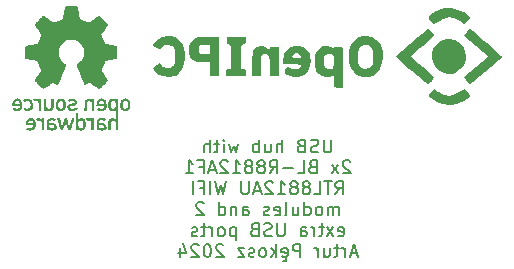
<source format=gbo>
G04 #@! TF.GenerationSoftware,KiCad,Pcbnew,8.0.5*
G04 #@! TF.CreationDate,2024-09-26T10:19:01+02:00*
G04 #@! TF.ProjectId,BL-R8812AF1 2x mount,424c2d52-3838-4313-9241-463120327820,rev?*
G04 #@! TF.SameCoordinates,Original*
G04 #@! TF.FileFunction,Legend,Bot*
G04 #@! TF.FilePolarity,Positive*
%FSLAX46Y46*%
G04 Gerber Fmt 4.6, Leading zero omitted, Abs format (unit mm)*
G04 Created by KiCad (PCBNEW 8.0.5) date 2024-09-26 10:19:01*
%MOMM*%
%LPD*%
G01*
G04 APERTURE LIST*
%ADD10C,0.200000*%
%ADD11C,0.000000*%
%ADD12C,4.000000*%
%ADD13R,1.600000X1.500000*%
%ADD14C,1.600000*%
%ADD15C,3.000000*%
%ADD16R,1.500000X1.600000*%
G04 APERTURE END LIST*
D10*
X130337047Y-87935135D02*
X130337047Y-88825612D01*
X130337047Y-88825612D02*
X130284666Y-88930374D01*
X130284666Y-88930374D02*
X130232285Y-88982755D01*
X130232285Y-88982755D02*
X130127523Y-89035135D01*
X130127523Y-89035135D02*
X129917999Y-89035135D01*
X129917999Y-89035135D02*
X129813237Y-88982755D01*
X129813237Y-88982755D02*
X129760856Y-88930374D01*
X129760856Y-88930374D02*
X129708475Y-88825612D01*
X129708475Y-88825612D02*
X129708475Y-87935135D01*
X129237047Y-88982755D02*
X129079904Y-89035135D01*
X129079904Y-89035135D02*
X128817999Y-89035135D01*
X128817999Y-89035135D02*
X128713237Y-88982755D01*
X128713237Y-88982755D02*
X128660856Y-88930374D01*
X128660856Y-88930374D02*
X128608475Y-88825612D01*
X128608475Y-88825612D02*
X128608475Y-88720850D01*
X128608475Y-88720850D02*
X128660856Y-88616088D01*
X128660856Y-88616088D02*
X128713237Y-88563707D01*
X128713237Y-88563707D02*
X128817999Y-88511326D01*
X128817999Y-88511326D02*
X129027523Y-88458945D01*
X129027523Y-88458945D02*
X129132285Y-88406564D01*
X129132285Y-88406564D02*
X129184666Y-88354183D01*
X129184666Y-88354183D02*
X129237047Y-88249421D01*
X129237047Y-88249421D02*
X129237047Y-88144659D01*
X129237047Y-88144659D02*
X129184666Y-88039897D01*
X129184666Y-88039897D02*
X129132285Y-87987516D01*
X129132285Y-87987516D02*
X129027523Y-87935135D01*
X129027523Y-87935135D02*
X128765618Y-87935135D01*
X128765618Y-87935135D02*
X128608475Y-87987516D01*
X127770380Y-88458945D02*
X127613237Y-88511326D01*
X127613237Y-88511326D02*
X127560856Y-88563707D01*
X127560856Y-88563707D02*
X127508475Y-88668469D01*
X127508475Y-88668469D02*
X127508475Y-88825612D01*
X127508475Y-88825612D02*
X127560856Y-88930374D01*
X127560856Y-88930374D02*
X127613237Y-88982755D01*
X127613237Y-88982755D02*
X127717999Y-89035135D01*
X127717999Y-89035135D02*
X128137047Y-89035135D01*
X128137047Y-89035135D02*
X128137047Y-87935135D01*
X128137047Y-87935135D02*
X127770380Y-87935135D01*
X127770380Y-87935135D02*
X127665618Y-87987516D01*
X127665618Y-87987516D02*
X127613237Y-88039897D01*
X127613237Y-88039897D02*
X127560856Y-88144659D01*
X127560856Y-88144659D02*
X127560856Y-88249421D01*
X127560856Y-88249421D02*
X127613237Y-88354183D01*
X127613237Y-88354183D02*
X127665618Y-88406564D01*
X127665618Y-88406564D02*
X127770380Y-88458945D01*
X127770380Y-88458945D02*
X128137047Y-88458945D01*
X126198952Y-89035135D02*
X126198952Y-87935135D01*
X125727523Y-89035135D02*
X125727523Y-88458945D01*
X125727523Y-88458945D02*
X125779904Y-88354183D01*
X125779904Y-88354183D02*
X125884666Y-88301802D01*
X125884666Y-88301802D02*
X126041809Y-88301802D01*
X126041809Y-88301802D02*
X126146571Y-88354183D01*
X126146571Y-88354183D02*
X126198952Y-88406564D01*
X124732285Y-88301802D02*
X124732285Y-89035135D01*
X125203714Y-88301802D02*
X125203714Y-88877993D01*
X125203714Y-88877993D02*
X125151333Y-88982755D01*
X125151333Y-88982755D02*
X125046571Y-89035135D01*
X125046571Y-89035135D02*
X124889428Y-89035135D01*
X124889428Y-89035135D02*
X124784666Y-88982755D01*
X124784666Y-88982755D02*
X124732285Y-88930374D01*
X124208476Y-89035135D02*
X124208476Y-87935135D01*
X124208476Y-88354183D02*
X124103714Y-88301802D01*
X124103714Y-88301802D02*
X123894190Y-88301802D01*
X123894190Y-88301802D02*
X123789428Y-88354183D01*
X123789428Y-88354183D02*
X123737047Y-88406564D01*
X123737047Y-88406564D02*
X123684666Y-88511326D01*
X123684666Y-88511326D02*
X123684666Y-88825612D01*
X123684666Y-88825612D02*
X123737047Y-88930374D01*
X123737047Y-88930374D02*
X123789428Y-88982755D01*
X123789428Y-88982755D02*
X123894190Y-89035135D01*
X123894190Y-89035135D02*
X124103714Y-89035135D01*
X124103714Y-89035135D02*
X124208476Y-88982755D01*
X122479905Y-88301802D02*
X122270381Y-89035135D01*
X122270381Y-89035135D02*
X122060857Y-88511326D01*
X122060857Y-88511326D02*
X121851333Y-89035135D01*
X121851333Y-89035135D02*
X121641809Y-88301802D01*
X121222762Y-89035135D02*
X121222762Y-88301802D01*
X121222762Y-87935135D02*
X121275143Y-87987516D01*
X121275143Y-87987516D02*
X121222762Y-88039897D01*
X121222762Y-88039897D02*
X121170381Y-87987516D01*
X121170381Y-87987516D02*
X121222762Y-87935135D01*
X121222762Y-87935135D02*
X121222762Y-88039897D01*
X120856095Y-88301802D02*
X120437047Y-88301802D01*
X120698952Y-87935135D02*
X120698952Y-88877993D01*
X120698952Y-88877993D02*
X120646571Y-88982755D01*
X120646571Y-88982755D02*
X120541809Y-89035135D01*
X120541809Y-89035135D02*
X120437047Y-89035135D01*
X120070381Y-89035135D02*
X120070381Y-87935135D01*
X119598952Y-89035135D02*
X119598952Y-88458945D01*
X119598952Y-88458945D02*
X119651333Y-88354183D01*
X119651333Y-88354183D02*
X119756095Y-88301802D01*
X119756095Y-88301802D02*
X119913238Y-88301802D01*
X119913238Y-88301802D02*
X120018000Y-88354183D01*
X120018000Y-88354183D02*
X120070381Y-88406564D01*
X131934666Y-89810835D02*
X131882285Y-89758454D01*
X131882285Y-89758454D02*
X131777523Y-89706073D01*
X131777523Y-89706073D02*
X131515618Y-89706073D01*
X131515618Y-89706073D02*
X131410856Y-89758454D01*
X131410856Y-89758454D02*
X131358475Y-89810835D01*
X131358475Y-89810835D02*
X131306094Y-89915597D01*
X131306094Y-89915597D02*
X131306094Y-90020359D01*
X131306094Y-90020359D02*
X131358475Y-90177502D01*
X131358475Y-90177502D02*
X131987047Y-90806073D01*
X131987047Y-90806073D02*
X131306094Y-90806073D01*
X130939428Y-90806073D02*
X130363237Y-90072740D01*
X130939428Y-90072740D02*
X130363237Y-90806073D01*
X128739428Y-90229883D02*
X128582285Y-90282264D01*
X128582285Y-90282264D02*
X128529904Y-90334645D01*
X128529904Y-90334645D02*
X128477523Y-90439407D01*
X128477523Y-90439407D02*
X128477523Y-90596550D01*
X128477523Y-90596550D02*
X128529904Y-90701312D01*
X128529904Y-90701312D02*
X128582285Y-90753693D01*
X128582285Y-90753693D02*
X128687047Y-90806073D01*
X128687047Y-90806073D02*
X129106095Y-90806073D01*
X129106095Y-90806073D02*
X129106095Y-89706073D01*
X129106095Y-89706073D02*
X128739428Y-89706073D01*
X128739428Y-89706073D02*
X128634666Y-89758454D01*
X128634666Y-89758454D02*
X128582285Y-89810835D01*
X128582285Y-89810835D02*
X128529904Y-89915597D01*
X128529904Y-89915597D02*
X128529904Y-90020359D01*
X128529904Y-90020359D02*
X128582285Y-90125121D01*
X128582285Y-90125121D02*
X128634666Y-90177502D01*
X128634666Y-90177502D02*
X128739428Y-90229883D01*
X128739428Y-90229883D02*
X129106095Y-90229883D01*
X127482285Y-90806073D02*
X128006095Y-90806073D01*
X128006095Y-90806073D02*
X128006095Y-89706073D01*
X127115619Y-90387026D02*
X126277524Y-90387026D01*
X125125142Y-90806073D02*
X125491809Y-90282264D01*
X125753714Y-90806073D02*
X125753714Y-89706073D01*
X125753714Y-89706073D02*
X125334666Y-89706073D01*
X125334666Y-89706073D02*
X125229904Y-89758454D01*
X125229904Y-89758454D02*
X125177523Y-89810835D01*
X125177523Y-89810835D02*
X125125142Y-89915597D01*
X125125142Y-89915597D02*
X125125142Y-90072740D01*
X125125142Y-90072740D02*
X125177523Y-90177502D01*
X125177523Y-90177502D02*
X125229904Y-90229883D01*
X125229904Y-90229883D02*
X125334666Y-90282264D01*
X125334666Y-90282264D02*
X125753714Y-90282264D01*
X124496571Y-90177502D02*
X124601333Y-90125121D01*
X124601333Y-90125121D02*
X124653714Y-90072740D01*
X124653714Y-90072740D02*
X124706095Y-89967978D01*
X124706095Y-89967978D02*
X124706095Y-89915597D01*
X124706095Y-89915597D02*
X124653714Y-89810835D01*
X124653714Y-89810835D02*
X124601333Y-89758454D01*
X124601333Y-89758454D02*
X124496571Y-89706073D01*
X124496571Y-89706073D02*
X124287047Y-89706073D01*
X124287047Y-89706073D02*
X124182285Y-89758454D01*
X124182285Y-89758454D02*
X124129904Y-89810835D01*
X124129904Y-89810835D02*
X124077523Y-89915597D01*
X124077523Y-89915597D02*
X124077523Y-89967978D01*
X124077523Y-89967978D02*
X124129904Y-90072740D01*
X124129904Y-90072740D02*
X124182285Y-90125121D01*
X124182285Y-90125121D02*
X124287047Y-90177502D01*
X124287047Y-90177502D02*
X124496571Y-90177502D01*
X124496571Y-90177502D02*
X124601333Y-90229883D01*
X124601333Y-90229883D02*
X124653714Y-90282264D01*
X124653714Y-90282264D02*
X124706095Y-90387026D01*
X124706095Y-90387026D02*
X124706095Y-90596550D01*
X124706095Y-90596550D02*
X124653714Y-90701312D01*
X124653714Y-90701312D02*
X124601333Y-90753693D01*
X124601333Y-90753693D02*
X124496571Y-90806073D01*
X124496571Y-90806073D02*
X124287047Y-90806073D01*
X124287047Y-90806073D02*
X124182285Y-90753693D01*
X124182285Y-90753693D02*
X124129904Y-90701312D01*
X124129904Y-90701312D02*
X124077523Y-90596550D01*
X124077523Y-90596550D02*
X124077523Y-90387026D01*
X124077523Y-90387026D02*
X124129904Y-90282264D01*
X124129904Y-90282264D02*
X124182285Y-90229883D01*
X124182285Y-90229883D02*
X124287047Y-90177502D01*
X123448952Y-90177502D02*
X123553714Y-90125121D01*
X123553714Y-90125121D02*
X123606095Y-90072740D01*
X123606095Y-90072740D02*
X123658476Y-89967978D01*
X123658476Y-89967978D02*
X123658476Y-89915597D01*
X123658476Y-89915597D02*
X123606095Y-89810835D01*
X123606095Y-89810835D02*
X123553714Y-89758454D01*
X123553714Y-89758454D02*
X123448952Y-89706073D01*
X123448952Y-89706073D02*
X123239428Y-89706073D01*
X123239428Y-89706073D02*
X123134666Y-89758454D01*
X123134666Y-89758454D02*
X123082285Y-89810835D01*
X123082285Y-89810835D02*
X123029904Y-89915597D01*
X123029904Y-89915597D02*
X123029904Y-89967978D01*
X123029904Y-89967978D02*
X123082285Y-90072740D01*
X123082285Y-90072740D02*
X123134666Y-90125121D01*
X123134666Y-90125121D02*
X123239428Y-90177502D01*
X123239428Y-90177502D02*
X123448952Y-90177502D01*
X123448952Y-90177502D02*
X123553714Y-90229883D01*
X123553714Y-90229883D02*
X123606095Y-90282264D01*
X123606095Y-90282264D02*
X123658476Y-90387026D01*
X123658476Y-90387026D02*
X123658476Y-90596550D01*
X123658476Y-90596550D02*
X123606095Y-90701312D01*
X123606095Y-90701312D02*
X123553714Y-90753693D01*
X123553714Y-90753693D02*
X123448952Y-90806073D01*
X123448952Y-90806073D02*
X123239428Y-90806073D01*
X123239428Y-90806073D02*
X123134666Y-90753693D01*
X123134666Y-90753693D02*
X123082285Y-90701312D01*
X123082285Y-90701312D02*
X123029904Y-90596550D01*
X123029904Y-90596550D02*
X123029904Y-90387026D01*
X123029904Y-90387026D02*
X123082285Y-90282264D01*
X123082285Y-90282264D02*
X123134666Y-90229883D01*
X123134666Y-90229883D02*
X123239428Y-90177502D01*
X121982285Y-90806073D02*
X122610857Y-90806073D01*
X122296571Y-90806073D02*
X122296571Y-89706073D01*
X122296571Y-89706073D02*
X122401333Y-89863216D01*
X122401333Y-89863216D02*
X122506095Y-89967978D01*
X122506095Y-89967978D02*
X122610857Y-90020359D01*
X121563238Y-89810835D02*
X121510857Y-89758454D01*
X121510857Y-89758454D02*
X121406095Y-89706073D01*
X121406095Y-89706073D02*
X121144190Y-89706073D01*
X121144190Y-89706073D02*
X121039428Y-89758454D01*
X121039428Y-89758454D02*
X120987047Y-89810835D01*
X120987047Y-89810835D02*
X120934666Y-89915597D01*
X120934666Y-89915597D02*
X120934666Y-90020359D01*
X120934666Y-90020359D02*
X120987047Y-90177502D01*
X120987047Y-90177502D02*
X121615619Y-90806073D01*
X121615619Y-90806073D02*
X120934666Y-90806073D01*
X120515619Y-90491788D02*
X119991809Y-90491788D01*
X120620381Y-90806073D02*
X120253714Y-89706073D01*
X120253714Y-89706073D02*
X119887047Y-90806073D01*
X119153714Y-90229883D02*
X119520381Y-90229883D01*
X119520381Y-90806073D02*
X119520381Y-89706073D01*
X119520381Y-89706073D02*
X118996571Y-89706073D01*
X118001333Y-90806073D02*
X118629905Y-90806073D01*
X118315619Y-90806073D02*
X118315619Y-89706073D01*
X118315619Y-89706073D02*
X118420381Y-89863216D01*
X118420381Y-89863216D02*
X118525143Y-89967978D01*
X118525143Y-89967978D02*
X118629905Y-90020359D01*
X130677523Y-92577011D02*
X131044190Y-92053202D01*
X131306095Y-92577011D02*
X131306095Y-91477011D01*
X131306095Y-91477011D02*
X130887047Y-91477011D01*
X130887047Y-91477011D02*
X130782285Y-91529392D01*
X130782285Y-91529392D02*
X130729904Y-91581773D01*
X130729904Y-91581773D02*
X130677523Y-91686535D01*
X130677523Y-91686535D02*
X130677523Y-91843678D01*
X130677523Y-91843678D02*
X130729904Y-91948440D01*
X130729904Y-91948440D02*
X130782285Y-92000821D01*
X130782285Y-92000821D02*
X130887047Y-92053202D01*
X130887047Y-92053202D02*
X131306095Y-92053202D01*
X130363238Y-91477011D02*
X129734666Y-91477011D01*
X130048952Y-92577011D02*
X130048952Y-91477011D01*
X128844190Y-92577011D02*
X129368000Y-92577011D01*
X129368000Y-92577011D02*
X129368000Y-91477011D01*
X128320381Y-91948440D02*
X128425143Y-91896059D01*
X128425143Y-91896059D02*
X128477524Y-91843678D01*
X128477524Y-91843678D02*
X128529905Y-91738916D01*
X128529905Y-91738916D02*
X128529905Y-91686535D01*
X128529905Y-91686535D02*
X128477524Y-91581773D01*
X128477524Y-91581773D02*
X128425143Y-91529392D01*
X128425143Y-91529392D02*
X128320381Y-91477011D01*
X128320381Y-91477011D02*
X128110857Y-91477011D01*
X128110857Y-91477011D02*
X128006095Y-91529392D01*
X128006095Y-91529392D02*
X127953714Y-91581773D01*
X127953714Y-91581773D02*
X127901333Y-91686535D01*
X127901333Y-91686535D02*
X127901333Y-91738916D01*
X127901333Y-91738916D02*
X127953714Y-91843678D01*
X127953714Y-91843678D02*
X128006095Y-91896059D01*
X128006095Y-91896059D02*
X128110857Y-91948440D01*
X128110857Y-91948440D02*
X128320381Y-91948440D01*
X128320381Y-91948440D02*
X128425143Y-92000821D01*
X128425143Y-92000821D02*
X128477524Y-92053202D01*
X128477524Y-92053202D02*
X128529905Y-92157964D01*
X128529905Y-92157964D02*
X128529905Y-92367488D01*
X128529905Y-92367488D02*
X128477524Y-92472250D01*
X128477524Y-92472250D02*
X128425143Y-92524631D01*
X128425143Y-92524631D02*
X128320381Y-92577011D01*
X128320381Y-92577011D02*
X128110857Y-92577011D01*
X128110857Y-92577011D02*
X128006095Y-92524631D01*
X128006095Y-92524631D02*
X127953714Y-92472250D01*
X127953714Y-92472250D02*
X127901333Y-92367488D01*
X127901333Y-92367488D02*
X127901333Y-92157964D01*
X127901333Y-92157964D02*
X127953714Y-92053202D01*
X127953714Y-92053202D02*
X128006095Y-92000821D01*
X128006095Y-92000821D02*
X128110857Y-91948440D01*
X127272762Y-91948440D02*
X127377524Y-91896059D01*
X127377524Y-91896059D02*
X127429905Y-91843678D01*
X127429905Y-91843678D02*
X127482286Y-91738916D01*
X127482286Y-91738916D02*
X127482286Y-91686535D01*
X127482286Y-91686535D02*
X127429905Y-91581773D01*
X127429905Y-91581773D02*
X127377524Y-91529392D01*
X127377524Y-91529392D02*
X127272762Y-91477011D01*
X127272762Y-91477011D02*
X127063238Y-91477011D01*
X127063238Y-91477011D02*
X126958476Y-91529392D01*
X126958476Y-91529392D02*
X126906095Y-91581773D01*
X126906095Y-91581773D02*
X126853714Y-91686535D01*
X126853714Y-91686535D02*
X126853714Y-91738916D01*
X126853714Y-91738916D02*
X126906095Y-91843678D01*
X126906095Y-91843678D02*
X126958476Y-91896059D01*
X126958476Y-91896059D02*
X127063238Y-91948440D01*
X127063238Y-91948440D02*
X127272762Y-91948440D01*
X127272762Y-91948440D02*
X127377524Y-92000821D01*
X127377524Y-92000821D02*
X127429905Y-92053202D01*
X127429905Y-92053202D02*
X127482286Y-92157964D01*
X127482286Y-92157964D02*
X127482286Y-92367488D01*
X127482286Y-92367488D02*
X127429905Y-92472250D01*
X127429905Y-92472250D02*
X127377524Y-92524631D01*
X127377524Y-92524631D02*
X127272762Y-92577011D01*
X127272762Y-92577011D02*
X127063238Y-92577011D01*
X127063238Y-92577011D02*
X126958476Y-92524631D01*
X126958476Y-92524631D02*
X126906095Y-92472250D01*
X126906095Y-92472250D02*
X126853714Y-92367488D01*
X126853714Y-92367488D02*
X126853714Y-92157964D01*
X126853714Y-92157964D02*
X126906095Y-92053202D01*
X126906095Y-92053202D02*
X126958476Y-92000821D01*
X126958476Y-92000821D02*
X127063238Y-91948440D01*
X125806095Y-92577011D02*
X126434667Y-92577011D01*
X126120381Y-92577011D02*
X126120381Y-91477011D01*
X126120381Y-91477011D02*
X126225143Y-91634154D01*
X126225143Y-91634154D02*
X126329905Y-91738916D01*
X126329905Y-91738916D02*
X126434667Y-91791297D01*
X125387048Y-91581773D02*
X125334667Y-91529392D01*
X125334667Y-91529392D02*
X125229905Y-91477011D01*
X125229905Y-91477011D02*
X124968000Y-91477011D01*
X124968000Y-91477011D02*
X124863238Y-91529392D01*
X124863238Y-91529392D02*
X124810857Y-91581773D01*
X124810857Y-91581773D02*
X124758476Y-91686535D01*
X124758476Y-91686535D02*
X124758476Y-91791297D01*
X124758476Y-91791297D02*
X124810857Y-91948440D01*
X124810857Y-91948440D02*
X125439429Y-92577011D01*
X125439429Y-92577011D02*
X124758476Y-92577011D01*
X124339429Y-92262726D02*
X123815619Y-92262726D01*
X124444191Y-92577011D02*
X124077524Y-91477011D01*
X124077524Y-91477011D02*
X123710857Y-92577011D01*
X123344191Y-91477011D02*
X123344191Y-92367488D01*
X123344191Y-92367488D02*
X123291810Y-92472250D01*
X123291810Y-92472250D02*
X123239429Y-92524631D01*
X123239429Y-92524631D02*
X123134667Y-92577011D01*
X123134667Y-92577011D02*
X122925143Y-92577011D01*
X122925143Y-92577011D02*
X122820381Y-92524631D01*
X122820381Y-92524631D02*
X122768000Y-92472250D01*
X122768000Y-92472250D02*
X122715619Y-92367488D01*
X122715619Y-92367488D02*
X122715619Y-91477011D01*
X121458477Y-91477011D02*
X121196572Y-92577011D01*
X121196572Y-92577011D02*
X120987048Y-91791297D01*
X120987048Y-91791297D02*
X120777524Y-92577011D01*
X120777524Y-92577011D02*
X120515620Y-91477011D01*
X120096572Y-92577011D02*
X120096572Y-91477011D01*
X119206095Y-92000821D02*
X119572762Y-92000821D01*
X119572762Y-92577011D02*
X119572762Y-91477011D01*
X119572762Y-91477011D02*
X119048952Y-91477011D01*
X118629905Y-92577011D02*
X118629905Y-91477011D01*
X130991808Y-94347949D02*
X130991808Y-93614616D01*
X130991808Y-93719378D02*
X130939427Y-93666997D01*
X130939427Y-93666997D02*
X130834665Y-93614616D01*
X130834665Y-93614616D02*
X130677522Y-93614616D01*
X130677522Y-93614616D02*
X130572760Y-93666997D01*
X130572760Y-93666997D02*
X130520379Y-93771759D01*
X130520379Y-93771759D02*
X130520379Y-94347949D01*
X130520379Y-93771759D02*
X130467998Y-93666997D01*
X130467998Y-93666997D02*
X130363236Y-93614616D01*
X130363236Y-93614616D02*
X130206093Y-93614616D01*
X130206093Y-93614616D02*
X130101332Y-93666997D01*
X130101332Y-93666997D02*
X130048951Y-93771759D01*
X130048951Y-93771759D02*
X130048951Y-94347949D01*
X129367998Y-94347949D02*
X129472760Y-94295569D01*
X129472760Y-94295569D02*
X129525141Y-94243188D01*
X129525141Y-94243188D02*
X129577522Y-94138426D01*
X129577522Y-94138426D02*
X129577522Y-93824140D01*
X129577522Y-93824140D02*
X129525141Y-93719378D01*
X129525141Y-93719378D02*
X129472760Y-93666997D01*
X129472760Y-93666997D02*
X129367998Y-93614616D01*
X129367998Y-93614616D02*
X129210855Y-93614616D01*
X129210855Y-93614616D02*
X129106093Y-93666997D01*
X129106093Y-93666997D02*
X129053712Y-93719378D01*
X129053712Y-93719378D02*
X129001331Y-93824140D01*
X129001331Y-93824140D02*
X129001331Y-94138426D01*
X129001331Y-94138426D02*
X129053712Y-94243188D01*
X129053712Y-94243188D02*
X129106093Y-94295569D01*
X129106093Y-94295569D02*
X129210855Y-94347949D01*
X129210855Y-94347949D02*
X129367998Y-94347949D01*
X128058474Y-94347949D02*
X128058474Y-93247949D01*
X128058474Y-94295569D02*
X128163236Y-94347949D01*
X128163236Y-94347949D02*
X128372760Y-94347949D01*
X128372760Y-94347949D02*
X128477522Y-94295569D01*
X128477522Y-94295569D02*
X128529903Y-94243188D01*
X128529903Y-94243188D02*
X128582284Y-94138426D01*
X128582284Y-94138426D02*
X128582284Y-93824140D01*
X128582284Y-93824140D02*
X128529903Y-93719378D01*
X128529903Y-93719378D02*
X128477522Y-93666997D01*
X128477522Y-93666997D02*
X128372760Y-93614616D01*
X128372760Y-93614616D02*
X128163236Y-93614616D01*
X128163236Y-93614616D02*
X128058474Y-93666997D01*
X127063236Y-93614616D02*
X127063236Y-94347949D01*
X127534665Y-93614616D02*
X127534665Y-94190807D01*
X127534665Y-94190807D02*
X127482284Y-94295569D01*
X127482284Y-94295569D02*
X127377522Y-94347949D01*
X127377522Y-94347949D02*
X127220379Y-94347949D01*
X127220379Y-94347949D02*
X127115617Y-94295569D01*
X127115617Y-94295569D02*
X127063236Y-94243188D01*
X126382284Y-94347949D02*
X126487046Y-94295569D01*
X126487046Y-94295569D02*
X126539427Y-94190807D01*
X126539427Y-94190807D02*
X126539427Y-93247949D01*
X125544189Y-94295569D02*
X125648951Y-94347949D01*
X125648951Y-94347949D02*
X125858475Y-94347949D01*
X125858475Y-94347949D02*
X125963237Y-94295569D01*
X125963237Y-94295569D02*
X126015618Y-94190807D01*
X126015618Y-94190807D02*
X126015618Y-93771759D01*
X126015618Y-93771759D02*
X125963237Y-93666997D01*
X125963237Y-93666997D02*
X125858475Y-93614616D01*
X125858475Y-93614616D02*
X125648951Y-93614616D01*
X125648951Y-93614616D02*
X125544189Y-93666997D01*
X125544189Y-93666997D02*
X125491808Y-93771759D01*
X125491808Y-93771759D02*
X125491808Y-93876521D01*
X125491808Y-93876521D02*
X126015618Y-93981283D01*
X125072761Y-94295569D02*
X124967999Y-94347949D01*
X124967999Y-94347949D02*
X124758475Y-94347949D01*
X124758475Y-94347949D02*
X124653713Y-94295569D01*
X124653713Y-94295569D02*
X124601332Y-94190807D01*
X124601332Y-94190807D02*
X124601332Y-94138426D01*
X124601332Y-94138426D02*
X124653713Y-94033664D01*
X124653713Y-94033664D02*
X124758475Y-93981283D01*
X124758475Y-93981283D02*
X124915618Y-93981283D01*
X124915618Y-93981283D02*
X125020380Y-93928902D01*
X125020380Y-93928902D02*
X125072761Y-93824140D01*
X125072761Y-93824140D02*
X125072761Y-93771759D01*
X125072761Y-93771759D02*
X125020380Y-93666997D01*
X125020380Y-93666997D02*
X124915618Y-93614616D01*
X124915618Y-93614616D02*
X124758475Y-93614616D01*
X124758475Y-93614616D02*
X124653713Y-93666997D01*
X122820380Y-94347949D02*
X122820380Y-93771759D01*
X122820380Y-93771759D02*
X122872761Y-93666997D01*
X122872761Y-93666997D02*
X122977523Y-93614616D01*
X122977523Y-93614616D02*
X123187047Y-93614616D01*
X123187047Y-93614616D02*
X123291809Y-93666997D01*
X122820380Y-94295569D02*
X122925142Y-94347949D01*
X122925142Y-94347949D02*
X123187047Y-94347949D01*
X123187047Y-94347949D02*
X123291809Y-94295569D01*
X123291809Y-94295569D02*
X123344190Y-94190807D01*
X123344190Y-94190807D02*
X123344190Y-94086045D01*
X123344190Y-94086045D02*
X123291809Y-93981283D01*
X123291809Y-93981283D02*
X123187047Y-93928902D01*
X123187047Y-93928902D02*
X122925142Y-93928902D01*
X122925142Y-93928902D02*
X122820380Y-93876521D01*
X122296571Y-93614616D02*
X122296571Y-94347949D01*
X122296571Y-93719378D02*
X122244190Y-93666997D01*
X122244190Y-93666997D02*
X122139428Y-93614616D01*
X122139428Y-93614616D02*
X121982285Y-93614616D01*
X121982285Y-93614616D02*
X121877523Y-93666997D01*
X121877523Y-93666997D02*
X121825142Y-93771759D01*
X121825142Y-93771759D02*
X121825142Y-94347949D01*
X120829904Y-94347949D02*
X120829904Y-93247949D01*
X120829904Y-94295569D02*
X120934666Y-94347949D01*
X120934666Y-94347949D02*
X121144190Y-94347949D01*
X121144190Y-94347949D02*
X121248952Y-94295569D01*
X121248952Y-94295569D02*
X121301333Y-94243188D01*
X121301333Y-94243188D02*
X121353714Y-94138426D01*
X121353714Y-94138426D02*
X121353714Y-93824140D01*
X121353714Y-93824140D02*
X121301333Y-93719378D01*
X121301333Y-93719378D02*
X121248952Y-93666997D01*
X121248952Y-93666997D02*
X121144190Y-93614616D01*
X121144190Y-93614616D02*
X120934666Y-93614616D01*
X120934666Y-93614616D02*
X120829904Y-93666997D01*
X119520381Y-93352711D02*
X119468000Y-93300330D01*
X119468000Y-93300330D02*
X119363238Y-93247949D01*
X119363238Y-93247949D02*
X119101333Y-93247949D01*
X119101333Y-93247949D02*
X118996571Y-93300330D01*
X118996571Y-93300330D02*
X118944190Y-93352711D01*
X118944190Y-93352711D02*
X118891809Y-93457473D01*
X118891809Y-93457473D02*
X118891809Y-93562235D01*
X118891809Y-93562235D02*
X118944190Y-93719378D01*
X118944190Y-93719378D02*
X119572762Y-94347949D01*
X119572762Y-94347949D02*
X118891809Y-94347949D01*
X130939426Y-96066507D02*
X131044188Y-96118887D01*
X131044188Y-96118887D02*
X131253712Y-96118887D01*
X131253712Y-96118887D02*
X131358474Y-96066507D01*
X131358474Y-96066507D02*
X131410855Y-95961745D01*
X131410855Y-95961745D02*
X131410855Y-95542697D01*
X131410855Y-95542697D02*
X131358474Y-95437935D01*
X131358474Y-95437935D02*
X131253712Y-95385554D01*
X131253712Y-95385554D02*
X131044188Y-95385554D01*
X131044188Y-95385554D02*
X130939426Y-95437935D01*
X130939426Y-95437935D02*
X130887045Y-95542697D01*
X130887045Y-95542697D02*
X130887045Y-95647459D01*
X130887045Y-95647459D02*
X131410855Y-95752221D01*
X130520379Y-96118887D02*
X129944188Y-95385554D01*
X130520379Y-95385554D02*
X129944188Y-96118887D01*
X129682284Y-95385554D02*
X129263236Y-95385554D01*
X129525141Y-95018887D02*
X129525141Y-95961745D01*
X129525141Y-95961745D02*
X129472760Y-96066507D01*
X129472760Y-96066507D02*
X129367998Y-96118887D01*
X129367998Y-96118887D02*
X129263236Y-96118887D01*
X128896570Y-96118887D02*
X128896570Y-95385554D01*
X128896570Y-95595078D02*
X128844189Y-95490316D01*
X128844189Y-95490316D02*
X128791808Y-95437935D01*
X128791808Y-95437935D02*
X128687046Y-95385554D01*
X128687046Y-95385554D02*
X128582284Y-95385554D01*
X127744189Y-96118887D02*
X127744189Y-95542697D01*
X127744189Y-95542697D02*
X127796570Y-95437935D01*
X127796570Y-95437935D02*
X127901332Y-95385554D01*
X127901332Y-95385554D02*
X128110856Y-95385554D01*
X128110856Y-95385554D02*
X128215618Y-95437935D01*
X127744189Y-96066507D02*
X127848951Y-96118887D01*
X127848951Y-96118887D02*
X128110856Y-96118887D01*
X128110856Y-96118887D02*
X128215618Y-96066507D01*
X128215618Y-96066507D02*
X128267999Y-95961745D01*
X128267999Y-95961745D02*
X128267999Y-95856983D01*
X128267999Y-95856983D02*
X128215618Y-95752221D01*
X128215618Y-95752221D02*
X128110856Y-95699840D01*
X128110856Y-95699840D02*
X127848951Y-95699840D01*
X127848951Y-95699840D02*
X127744189Y-95647459D01*
X126382285Y-95018887D02*
X126382285Y-95909364D01*
X126382285Y-95909364D02*
X126329904Y-96014126D01*
X126329904Y-96014126D02*
X126277523Y-96066507D01*
X126277523Y-96066507D02*
X126172761Y-96118887D01*
X126172761Y-96118887D02*
X125963237Y-96118887D01*
X125963237Y-96118887D02*
X125858475Y-96066507D01*
X125858475Y-96066507D02*
X125806094Y-96014126D01*
X125806094Y-96014126D02*
X125753713Y-95909364D01*
X125753713Y-95909364D02*
X125753713Y-95018887D01*
X125282285Y-96066507D02*
X125125142Y-96118887D01*
X125125142Y-96118887D02*
X124863237Y-96118887D01*
X124863237Y-96118887D02*
X124758475Y-96066507D01*
X124758475Y-96066507D02*
X124706094Y-96014126D01*
X124706094Y-96014126D02*
X124653713Y-95909364D01*
X124653713Y-95909364D02*
X124653713Y-95804602D01*
X124653713Y-95804602D02*
X124706094Y-95699840D01*
X124706094Y-95699840D02*
X124758475Y-95647459D01*
X124758475Y-95647459D02*
X124863237Y-95595078D01*
X124863237Y-95595078D02*
X125072761Y-95542697D01*
X125072761Y-95542697D02*
X125177523Y-95490316D01*
X125177523Y-95490316D02*
X125229904Y-95437935D01*
X125229904Y-95437935D02*
X125282285Y-95333173D01*
X125282285Y-95333173D02*
X125282285Y-95228411D01*
X125282285Y-95228411D02*
X125229904Y-95123649D01*
X125229904Y-95123649D02*
X125177523Y-95071268D01*
X125177523Y-95071268D02*
X125072761Y-95018887D01*
X125072761Y-95018887D02*
X124810856Y-95018887D01*
X124810856Y-95018887D02*
X124653713Y-95071268D01*
X123815618Y-95542697D02*
X123658475Y-95595078D01*
X123658475Y-95595078D02*
X123606094Y-95647459D01*
X123606094Y-95647459D02*
X123553713Y-95752221D01*
X123553713Y-95752221D02*
X123553713Y-95909364D01*
X123553713Y-95909364D02*
X123606094Y-96014126D01*
X123606094Y-96014126D02*
X123658475Y-96066507D01*
X123658475Y-96066507D02*
X123763237Y-96118887D01*
X123763237Y-96118887D02*
X124182285Y-96118887D01*
X124182285Y-96118887D02*
X124182285Y-95018887D01*
X124182285Y-95018887D02*
X123815618Y-95018887D01*
X123815618Y-95018887D02*
X123710856Y-95071268D01*
X123710856Y-95071268D02*
X123658475Y-95123649D01*
X123658475Y-95123649D02*
X123606094Y-95228411D01*
X123606094Y-95228411D02*
X123606094Y-95333173D01*
X123606094Y-95333173D02*
X123658475Y-95437935D01*
X123658475Y-95437935D02*
X123710856Y-95490316D01*
X123710856Y-95490316D02*
X123815618Y-95542697D01*
X123815618Y-95542697D02*
X124182285Y-95542697D01*
X122244190Y-95385554D02*
X122244190Y-96485554D01*
X122244190Y-95437935D02*
X122139428Y-95385554D01*
X122139428Y-95385554D02*
X121929904Y-95385554D01*
X121929904Y-95385554D02*
X121825142Y-95437935D01*
X121825142Y-95437935D02*
X121772761Y-95490316D01*
X121772761Y-95490316D02*
X121720380Y-95595078D01*
X121720380Y-95595078D02*
X121720380Y-95909364D01*
X121720380Y-95909364D02*
X121772761Y-96014126D01*
X121772761Y-96014126D02*
X121825142Y-96066507D01*
X121825142Y-96066507D02*
X121929904Y-96118887D01*
X121929904Y-96118887D02*
X122139428Y-96118887D01*
X122139428Y-96118887D02*
X122244190Y-96066507D01*
X121091809Y-96118887D02*
X121196571Y-96066507D01*
X121196571Y-96066507D02*
X121248952Y-96014126D01*
X121248952Y-96014126D02*
X121301333Y-95909364D01*
X121301333Y-95909364D02*
X121301333Y-95595078D01*
X121301333Y-95595078D02*
X121248952Y-95490316D01*
X121248952Y-95490316D02*
X121196571Y-95437935D01*
X121196571Y-95437935D02*
X121091809Y-95385554D01*
X121091809Y-95385554D02*
X120934666Y-95385554D01*
X120934666Y-95385554D02*
X120829904Y-95437935D01*
X120829904Y-95437935D02*
X120777523Y-95490316D01*
X120777523Y-95490316D02*
X120725142Y-95595078D01*
X120725142Y-95595078D02*
X120725142Y-95909364D01*
X120725142Y-95909364D02*
X120777523Y-96014126D01*
X120777523Y-96014126D02*
X120829904Y-96066507D01*
X120829904Y-96066507D02*
X120934666Y-96118887D01*
X120934666Y-96118887D02*
X121091809Y-96118887D01*
X120253714Y-96118887D02*
X120253714Y-95385554D01*
X120253714Y-95595078D02*
X120201333Y-95490316D01*
X120201333Y-95490316D02*
X120148952Y-95437935D01*
X120148952Y-95437935D02*
X120044190Y-95385554D01*
X120044190Y-95385554D02*
X119939428Y-95385554D01*
X119729905Y-95385554D02*
X119310857Y-95385554D01*
X119572762Y-95018887D02*
X119572762Y-95961745D01*
X119572762Y-95961745D02*
X119520381Y-96066507D01*
X119520381Y-96066507D02*
X119415619Y-96118887D01*
X119415619Y-96118887D02*
X119310857Y-96118887D01*
X118996572Y-96066507D02*
X118891810Y-96118887D01*
X118891810Y-96118887D02*
X118682286Y-96118887D01*
X118682286Y-96118887D02*
X118577524Y-96066507D01*
X118577524Y-96066507D02*
X118525143Y-95961745D01*
X118525143Y-95961745D02*
X118525143Y-95909364D01*
X118525143Y-95909364D02*
X118577524Y-95804602D01*
X118577524Y-95804602D02*
X118682286Y-95752221D01*
X118682286Y-95752221D02*
X118839429Y-95752221D01*
X118839429Y-95752221D02*
X118944191Y-95699840D01*
X118944191Y-95699840D02*
X118996572Y-95595078D01*
X118996572Y-95595078D02*
X118996572Y-95542697D01*
X118996572Y-95542697D02*
X118944191Y-95437935D01*
X118944191Y-95437935D02*
X118839429Y-95385554D01*
X118839429Y-95385554D02*
X118682286Y-95385554D01*
X118682286Y-95385554D02*
X118577524Y-95437935D01*
X132510855Y-97575540D02*
X131987045Y-97575540D01*
X132615617Y-97889825D02*
X132248950Y-96789825D01*
X132248950Y-96789825D02*
X131882283Y-97889825D01*
X131515617Y-97889825D02*
X131515617Y-97156492D01*
X131515617Y-97366016D02*
X131463236Y-97261254D01*
X131463236Y-97261254D02*
X131410855Y-97208873D01*
X131410855Y-97208873D02*
X131306093Y-97156492D01*
X131306093Y-97156492D02*
X131201331Y-97156492D01*
X130991808Y-97156492D02*
X130572760Y-97156492D01*
X130834665Y-96789825D02*
X130834665Y-97732683D01*
X130834665Y-97732683D02*
X130782284Y-97837445D01*
X130782284Y-97837445D02*
X130677522Y-97889825D01*
X130677522Y-97889825D02*
X130572760Y-97889825D01*
X129734665Y-97156492D02*
X129734665Y-97889825D01*
X130206094Y-97156492D02*
X130206094Y-97732683D01*
X130206094Y-97732683D02*
X130153713Y-97837445D01*
X130153713Y-97837445D02*
X130048951Y-97889825D01*
X130048951Y-97889825D02*
X129891808Y-97889825D01*
X129891808Y-97889825D02*
X129787046Y-97837445D01*
X129787046Y-97837445D02*
X129734665Y-97785064D01*
X129210856Y-97889825D02*
X129210856Y-97156492D01*
X129210856Y-97366016D02*
X129158475Y-97261254D01*
X129158475Y-97261254D02*
X129106094Y-97208873D01*
X129106094Y-97208873D02*
X129001332Y-97156492D01*
X129001332Y-97156492D02*
X128896570Y-97156492D01*
X127691809Y-97889825D02*
X127691809Y-96789825D01*
X127691809Y-96789825D02*
X127272761Y-96789825D01*
X127272761Y-96789825D02*
X127167999Y-96842206D01*
X127167999Y-96842206D02*
X127115618Y-96894587D01*
X127115618Y-96894587D02*
X127063237Y-96999349D01*
X127063237Y-96999349D02*
X127063237Y-97156492D01*
X127063237Y-97156492D02*
X127115618Y-97261254D01*
X127115618Y-97261254D02*
X127167999Y-97313635D01*
X127167999Y-97313635D02*
X127272761Y-97366016D01*
X127272761Y-97366016D02*
X127691809Y-97366016D01*
X126172761Y-97837445D02*
X126277523Y-97889825D01*
X126277523Y-97889825D02*
X126487047Y-97889825D01*
X126487047Y-97889825D02*
X126591809Y-97837445D01*
X126591809Y-97837445D02*
X126644190Y-97732683D01*
X126644190Y-97732683D02*
X126644190Y-97313635D01*
X126644190Y-97313635D02*
X126591809Y-97208873D01*
X126591809Y-97208873D02*
X126487047Y-97156492D01*
X126487047Y-97156492D02*
X126277523Y-97156492D01*
X126277523Y-97156492D02*
X126172761Y-97208873D01*
X126172761Y-97208873D02*
X126120380Y-97313635D01*
X126120380Y-97313635D02*
X126120380Y-97418397D01*
X126120380Y-97418397D02*
X126644190Y-97523159D01*
X126382285Y-97889825D02*
X126487047Y-97994587D01*
X126487047Y-97994587D02*
X126539428Y-98099349D01*
X126539428Y-98099349D02*
X126487047Y-98204111D01*
X126487047Y-98204111D02*
X126382285Y-98256492D01*
X126382285Y-98256492D02*
X126277523Y-98256492D01*
X125648952Y-97889825D02*
X125648952Y-96789825D01*
X125544190Y-97470778D02*
X125229904Y-97889825D01*
X125229904Y-97156492D02*
X125648952Y-97575540D01*
X124601333Y-97889825D02*
X124706095Y-97837445D01*
X124706095Y-97837445D02*
X124758476Y-97785064D01*
X124758476Y-97785064D02*
X124810857Y-97680302D01*
X124810857Y-97680302D02*
X124810857Y-97366016D01*
X124810857Y-97366016D02*
X124758476Y-97261254D01*
X124758476Y-97261254D02*
X124706095Y-97208873D01*
X124706095Y-97208873D02*
X124601333Y-97156492D01*
X124601333Y-97156492D02*
X124444190Y-97156492D01*
X124444190Y-97156492D02*
X124339428Y-97208873D01*
X124339428Y-97208873D02*
X124287047Y-97261254D01*
X124287047Y-97261254D02*
X124234666Y-97366016D01*
X124234666Y-97366016D02*
X124234666Y-97680302D01*
X124234666Y-97680302D02*
X124287047Y-97785064D01*
X124287047Y-97785064D02*
X124339428Y-97837445D01*
X124339428Y-97837445D02*
X124444190Y-97889825D01*
X124444190Y-97889825D02*
X124601333Y-97889825D01*
X123815619Y-97837445D02*
X123710857Y-97889825D01*
X123710857Y-97889825D02*
X123501333Y-97889825D01*
X123501333Y-97889825D02*
X123396571Y-97837445D01*
X123396571Y-97837445D02*
X123344190Y-97732683D01*
X123344190Y-97732683D02*
X123344190Y-97680302D01*
X123344190Y-97680302D02*
X123396571Y-97575540D01*
X123396571Y-97575540D02*
X123501333Y-97523159D01*
X123501333Y-97523159D02*
X123658476Y-97523159D01*
X123658476Y-97523159D02*
X123763238Y-97470778D01*
X123763238Y-97470778D02*
X123815619Y-97366016D01*
X123815619Y-97366016D02*
X123815619Y-97313635D01*
X123815619Y-97313635D02*
X123763238Y-97208873D01*
X123763238Y-97208873D02*
X123658476Y-97156492D01*
X123658476Y-97156492D02*
X123501333Y-97156492D01*
X123501333Y-97156492D02*
X123396571Y-97208873D01*
X122977524Y-97156492D02*
X122401333Y-97156492D01*
X122401333Y-97156492D02*
X122977524Y-97889825D01*
X122977524Y-97889825D02*
X122401333Y-97889825D01*
X121196572Y-96894587D02*
X121144191Y-96842206D01*
X121144191Y-96842206D02*
X121039429Y-96789825D01*
X121039429Y-96789825D02*
X120777524Y-96789825D01*
X120777524Y-96789825D02*
X120672762Y-96842206D01*
X120672762Y-96842206D02*
X120620381Y-96894587D01*
X120620381Y-96894587D02*
X120568000Y-96999349D01*
X120568000Y-96999349D02*
X120568000Y-97104111D01*
X120568000Y-97104111D02*
X120620381Y-97261254D01*
X120620381Y-97261254D02*
X121248953Y-97889825D01*
X121248953Y-97889825D02*
X120568000Y-97889825D01*
X119887048Y-96789825D02*
X119782286Y-96789825D01*
X119782286Y-96789825D02*
X119677524Y-96842206D01*
X119677524Y-96842206D02*
X119625143Y-96894587D01*
X119625143Y-96894587D02*
X119572762Y-96999349D01*
X119572762Y-96999349D02*
X119520381Y-97208873D01*
X119520381Y-97208873D02*
X119520381Y-97470778D01*
X119520381Y-97470778D02*
X119572762Y-97680302D01*
X119572762Y-97680302D02*
X119625143Y-97785064D01*
X119625143Y-97785064D02*
X119677524Y-97837445D01*
X119677524Y-97837445D02*
X119782286Y-97889825D01*
X119782286Y-97889825D02*
X119887048Y-97889825D01*
X119887048Y-97889825D02*
X119991810Y-97837445D01*
X119991810Y-97837445D02*
X120044191Y-97785064D01*
X120044191Y-97785064D02*
X120096572Y-97680302D01*
X120096572Y-97680302D02*
X120148953Y-97470778D01*
X120148953Y-97470778D02*
X120148953Y-97208873D01*
X120148953Y-97208873D02*
X120096572Y-96999349D01*
X120096572Y-96999349D02*
X120044191Y-96894587D01*
X120044191Y-96894587D02*
X119991810Y-96842206D01*
X119991810Y-96842206D02*
X119887048Y-96789825D01*
X119101334Y-96894587D02*
X119048953Y-96842206D01*
X119048953Y-96842206D02*
X118944191Y-96789825D01*
X118944191Y-96789825D02*
X118682286Y-96789825D01*
X118682286Y-96789825D02*
X118577524Y-96842206D01*
X118577524Y-96842206D02*
X118525143Y-96894587D01*
X118525143Y-96894587D02*
X118472762Y-96999349D01*
X118472762Y-96999349D02*
X118472762Y-97104111D01*
X118472762Y-97104111D02*
X118525143Y-97261254D01*
X118525143Y-97261254D02*
X119153715Y-97889825D01*
X119153715Y-97889825D02*
X118472762Y-97889825D01*
X117529905Y-97156492D02*
X117529905Y-97889825D01*
X117791810Y-96737445D02*
X118053715Y-97523159D01*
X118053715Y-97523159D02*
X117372762Y-97523159D01*
D11*
G36*
X109868570Y-86122739D02*
G01*
X109940216Y-86153407D01*
X109997445Y-86193912D01*
X110031837Y-86226306D01*
X110031837Y-86170653D01*
X110031837Y-86115000D01*
X110138139Y-86115000D01*
X110244441Y-86115000D01*
X110244441Y-86640000D01*
X110244441Y-87165000D01*
X110138139Y-87165000D01*
X110031837Y-87165000D01*
X110031837Y-86820848D01*
X110031828Y-86791905D01*
X110031493Y-86686816D01*
X110030317Y-86603021D01*
X110027822Y-86537535D01*
X110023532Y-86487376D01*
X110016969Y-86449560D01*
X110007655Y-86421103D01*
X109995114Y-86399021D01*
X109978869Y-86380330D01*
X109958441Y-86362048D01*
X109945089Y-86351794D01*
X109885421Y-86324536D01*
X109819183Y-86320056D01*
X109750268Y-86338791D01*
X109727833Y-86348640D01*
X109700427Y-86360409D01*
X109688822Y-86365000D01*
X109686201Y-86362441D01*
X109671023Y-86345032D01*
X109645535Y-86314778D01*
X109613358Y-86275949D01*
X109540063Y-86186898D01*
X109570218Y-86163410D01*
X109610588Y-86140065D01*
X109671192Y-86119090D01*
X109736640Y-86107067D01*
X109796296Y-86106665D01*
X109868570Y-86122739D01*
G37*
G36*
X105574539Y-86104045D02*
G01*
X105644410Y-86119598D01*
X105712737Y-86148347D01*
X105767983Y-86185909D01*
X105817263Y-86230409D01*
X105817263Y-86172704D01*
X105817263Y-86115000D01*
X105923565Y-86115000D01*
X106029867Y-86115000D01*
X106029867Y-86640000D01*
X106029867Y-87165000D01*
X105923565Y-87165000D01*
X105817263Y-87165000D01*
X105817263Y-86823898D01*
X105817231Y-86751329D01*
X105816963Y-86665116D01*
X105816228Y-86598430D01*
X105814794Y-86548032D01*
X105812433Y-86510685D01*
X105808916Y-86483148D01*
X105804011Y-86462185D01*
X105797490Y-86444556D01*
X105789124Y-86427023D01*
X105785621Y-86420413D01*
X105744652Y-86369811D01*
X105690429Y-86335658D01*
X105628756Y-86319575D01*
X105565438Y-86323182D01*
X105506283Y-86348099D01*
X105483931Y-86360572D01*
X105468464Y-86357796D01*
X105449192Y-86337230D01*
X105434431Y-86319418D01*
X105405413Y-86284522D01*
X105373934Y-86246762D01*
X105324548Y-86187607D01*
X105355174Y-86163834D01*
X105392011Y-86142757D01*
X105444411Y-86122723D01*
X105500206Y-86108138D01*
X105548380Y-86102500D01*
X105574539Y-86104045D01*
G37*
G36*
X105356622Y-84467973D02*
G01*
X105435849Y-84493179D01*
X105503349Y-84535572D01*
X105553162Y-84578188D01*
X105557024Y-84524719D01*
X105560886Y-84471250D01*
X105664062Y-84467619D01*
X105767238Y-84463988D01*
X105767238Y-84989494D01*
X105767238Y-85515000D01*
X105660936Y-85515000D01*
X105554633Y-85515000D01*
X105554614Y-85168125D01*
X105554586Y-85120798D01*
X105554115Y-85018244D01*
X105552638Y-84936609D01*
X105549608Y-84872977D01*
X105544483Y-84824430D01*
X105536717Y-84788051D01*
X105525767Y-84760923D01*
X105511088Y-84740129D01*
X105492137Y-84722752D01*
X105468367Y-84705874D01*
X105447065Y-84694733D01*
X105398549Y-84681223D01*
X105345014Y-84676608D01*
X105295738Y-84681336D01*
X105260002Y-84695852D01*
X105241904Y-84707299D01*
X105221513Y-84714602D01*
X105216521Y-84712461D01*
X105196885Y-84695554D01*
X105168230Y-84665441D01*
X105134856Y-84626496D01*
X105112323Y-84598954D01*
X105086321Y-84564499D01*
X105076757Y-84541420D01*
X105084359Y-84524406D01*
X105109858Y-84508145D01*
X105153984Y-84487326D01*
X105192214Y-84473153D01*
X105272974Y-84460961D01*
X105356622Y-84467973D01*
G37*
G36*
X104746669Y-84475998D02*
G01*
X104835915Y-84509911D01*
X104916025Y-84562112D01*
X104983794Y-84632022D01*
X105036020Y-84719060D01*
X105069878Y-84818349D01*
X105087281Y-84928325D01*
X105087948Y-85041685D01*
X105072274Y-85152610D01*
X105040655Y-85255281D01*
X104993488Y-85343880D01*
X104943329Y-85403466D01*
X104870732Y-85458248D01*
X104779252Y-85499875D01*
X104752304Y-85508384D01*
X104652503Y-85524827D01*
X104551003Y-85520344D01*
X104452940Y-85496058D01*
X104363449Y-85453089D01*
X104287665Y-85392558D01*
X104240046Y-85343721D01*
X104314450Y-85279295D01*
X104388854Y-85214870D01*
X104453313Y-85258226D01*
X104510767Y-85290429D01*
X104588220Y-85312648D01*
X104666517Y-85310198D01*
X104747330Y-85283223D01*
X104789465Y-85254565D01*
X104831475Y-85200935D01*
X104860643Y-85130427D01*
X104875734Y-85046240D01*
X104875511Y-84951569D01*
X104870702Y-84909740D01*
X104849532Y-84823944D01*
X104814240Y-84758382D01*
X104764145Y-84712327D01*
X104698565Y-84685054D01*
X104616821Y-84675838D01*
X104558707Y-84680375D01*
X104489524Y-84703631D01*
X104427273Y-84748751D01*
X104394201Y-84779649D01*
X104320970Y-84713781D01*
X104312484Y-84706112D01*
X104278921Y-84675000D01*
X104254512Y-84651131D01*
X104244056Y-84639158D01*
X104247408Y-84631323D01*
X104265230Y-84611073D01*
X104293700Y-84584777D01*
X104362398Y-84534815D01*
X104456151Y-84489781D01*
X104553584Y-84465353D01*
X104651491Y-84460952D01*
X104746669Y-84475998D01*
G37*
G36*
X109867607Y-84466246D02*
G01*
X109947724Y-84490975D01*
X110018807Y-84536202D01*
X110069355Y-84579448D01*
X110069355Y-84522224D01*
X110069355Y-84465000D01*
X110175657Y-84465000D01*
X110281960Y-84465000D01*
X110281960Y-84990000D01*
X110281960Y-85515000D01*
X110175657Y-85515000D01*
X110069355Y-85515000D01*
X110069355Y-85175196D01*
X110069343Y-85133035D01*
X110069125Y-85039993D01*
X110068471Y-84967464D01*
X110067168Y-84912214D01*
X110065003Y-84871008D01*
X110061762Y-84840610D01*
X110057232Y-84817786D01*
X110051201Y-84799300D01*
X110043456Y-84781917D01*
X110038686Y-84772608D01*
X109997107Y-84719569D01*
X109941436Y-84687033D01*
X109872881Y-84675750D01*
X109867511Y-84675748D01*
X109806058Y-84681553D01*
X109758737Y-84700442D01*
X109717221Y-84735616D01*
X109710080Y-84743599D01*
X109694340Y-84765096D01*
X109681990Y-84790474D01*
X109672630Y-84822748D01*
X109665861Y-84864934D01*
X109661284Y-84920049D01*
X109658502Y-84991108D01*
X109657114Y-85081128D01*
X109656722Y-85193125D01*
X109656652Y-85515000D01*
X109549556Y-85515000D01*
X109442459Y-85515000D01*
X109446380Y-85118125D01*
X109446805Y-85075378D01*
X109448075Y-84966218D01*
X109449800Y-84878074D01*
X109452510Y-84807978D01*
X109456731Y-84752963D01*
X109462994Y-84710063D01*
X109471827Y-84676309D01*
X109483758Y-84648735D01*
X109499317Y-84624374D01*
X109519031Y-84600258D01*
X109543430Y-84573420D01*
X109551591Y-84564881D01*
X109620448Y-84511331D01*
X109699229Y-84476795D01*
X109783195Y-84461643D01*
X109867607Y-84466246D01*
G37*
G36*
X106830261Y-84849767D02*
G01*
X106830116Y-84953941D01*
X106829544Y-85045871D01*
X106828404Y-85118528D01*
X106826557Y-85174891D01*
X106823862Y-85217943D01*
X106820180Y-85250665D01*
X106815372Y-85276037D01*
X106809297Y-85297042D01*
X106801980Y-85315266D01*
X106766671Y-85373213D01*
X106717263Y-85429304D01*
X106660921Y-85476196D01*
X106604810Y-85506549D01*
X106589864Y-85511506D01*
X106517163Y-85524134D01*
X106439892Y-85522158D01*
X106364977Y-85506850D01*
X106299343Y-85479483D01*
X106249913Y-85441330D01*
X106235923Y-85427096D01*
X106217471Y-85416879D01*
X106207771Y-85429185D01*
X106204953Y-85465000D01*
X106204953Y-85515000D01*
X106098514Y-85515000D01*
X105992074Y-85515000D01*
X105995338Y-84993125D01*
X105998602Y-84471250D01*
X106100891Y-84467633D01*
X106203181Y-84464017D01*
X106207194Y-84811383D01*
X106207761Y-84859096D01*
X106209073Y-84952339D01*
X106210588Y-85025113D01*
X106212543Y-85080576D01*
X106215180Y-85121886D01*
X106218737Y-85152200D01*
X106223453Y-85174677D01*
X106229570Y-85192474D01*
X106237324Y-85208750D01*
X106249803Y-85229709D01*
X106296431Y-85277823D01*
X106356420Y-85305445D01*
X106427456Y-85311326D01*
X106485600Y-85300735D01*
X106538779Y-85272310D01*
X106585618Y-85222717D01*
X106590933Y-85215086D01*
X106597391Y-85202546D01*
X106602475Y-85185754D01*
X106606426Y-85161746D01*
X106609487Y-85127558D01*
X106611899Y-85080228D01*
X106613903Y-85016790D01*
X106615742Y-84934282D01*
X106617656Y-84829739D01*
X106623910Y-84471250D01*
X106727085Y-84467619D01*
X106830261Y-84463988D01*
X106830261Y-84849767D01*
G37*
G36*
X105316704Y-86612264D02*
G01*
X105314388Y-86695598D01*
X105307373Y-86777164D01*
X105296074Y-86849299D01*
X105280906Y-86904338D01*
X105280303Y-86905893D01*
X105232606Y-86995556D01*
X105166625Y-87068610D01*
X105083809Y-87123805D01*
X104985603Y-87159887D01*
X104935548Y-87169722D01*
X104824765Y-87173964D01*
X104716808Y-87154849D01*
X104615416Y-87113268D01*
X104524329Y-87050110D01*
X104475758Y-87007870D01*
X104551004Y-86942716D01*
X104626250Y-86877561D01*
X104696541Y-86919868D01*
X104710256Y-86927785D01*
X104792605Y-86961632D01*
X104873672Y-86972361D01*
X104950802Y-86959935D01*
X105021338Y-86924319D01*
X105039397Y-86908330D01*
X105071707Y-86863101D01*
X105095005Y-86808698D01*
X105104137Y-86755625D01*
X105104412Y-86715000D01*
X104777378Y-86715000D01*
X104450345Y-86715000D01*
X104457456Y-86580625D01*
X104461447Y-86527767D01*
X104465028Y-86506446D01*
X104679203Y-86506446D01*
X104679203Y-86540000D01*
X104893454Y-86540000D01*
X105107705Y-86540000D01*
X105100893Y-86489234D01*
X105083843Y-86431598D01*
X105047577Y-86374415D01*
X104998681Y-86332174D01*
X104953972Y-86315031D01*
X104892666Y-86308743D01*
X104830226Y-86316334D01*
X104776957Y-86337554D01*
X104751185Y-86358089D01*
X104715009Y-86403471D01*
X104689108Y-86456218D01*
X104679203Y-86506446D01*
X104465028Y-86506446D01*
X104479491Y-86420342D01*
X104511041Y-86331441D01*
X104557572Y-86258460D01*
X104620561Y-86198792D01*
X104701484Y-86149834D01*
X104715582Y-86142977D01*
X104757400Y-86124754D01*
X104793947Y-86114487D01*
X104835301Y-86110019D01*
X104891544Y-86109196D01*
X104903885Y-86109300D01*
X104966372Y-86112418D01*
X105014172Y-86120821D01*
X105055918Y-86135912D01*
X105070665Y-86142997D01*
X105151601Y-86197634D01*
X105218882Y-86271490D01*
X105270541Y-86361950D01*
X105304607Y-86466396D01*
X105305582Y-86470952D01*
X105313907Y-86534827D01*
X105314094Y-86540000D01*
X105316704Y-86612264D01*
G37*
G36*
X104189483Y-84972799D02*
G01*
X104182154Y-85103736D01*
X104175951Y-85144920D01*
X104147062Y-85254787D01*
X104102233Y-85345712D01*
X104040971Y-85418334D01*
X103962786Y-85473287D01*
X103867186Y-85511207D01*
X103831947Y-85518094D01*
X103771047Y-85523033D01*
X103701548Y-85522829D01*
X103655927Y-85520127D01*
X103605275Y-85513277D01*
X103561489Y-85500699D01*
X103513956Y-85479968D01*
X103472866Y-85458138D01*
X103426018Y-85429142D01*
X103391069Y-85403037D01*
X103347297Y-85364385D01*
X103422021Y-85296285D01*
X103444900Y-85275624D01*
X103474553Y-85250733D01*
X103493956Y-85239253D01*
X103508124Y-85238693D01*
X103522070Y-85246560D01*
X103555852Y-85269775D01*
X103612852Y-85300216D01*
X103669330Y-85316121D01*
X103734988Y-85320878D01*
X103752073Y-85320818D01*
X103800636Y-85317804D01*
X103836685Y-85308841D01*
X103869818Y-85291865D01*
X103910930Y-85256727D01*
X103949551Y-85197162D01*
X103972952Y-85123793D01*
X103981641Y-85077500D01*
X103653580Y-85077500D01*
X103325518Y-85077500D01*
X103331428Y-84924375D01*
X103332434Y-84902500D01*
X103537946Y-84902500D01*
X103759794Y-84902500D01*
X103981641Y-84902500D01*
X103972961Y-84855625D01*
X103965046Y-84821056D01*
X103935994Y-84752101D01*
X103892502Y-84703408D01*
X103834076Y-84674538D01*
X103760224Y-84665046D01*
X103732053Y-84666314D01*
X103661807Y-84683459D01*
X103606984Y-84720176D01*
X103568270Y-84775871D01*
X103546353Y-84849952D01*
X103537946Y-84902500D01*
X103332434Y-84902500D01*
X103332999Y-84890202D01*
X103340032Y-84809496D01*
X103352549Y-84745594D01*
X103372561Y-84692576D01*
X103402078Y-84644521D01*
X103443111Y-84595510D01*
X103460703Y-84577545D01*
X103537860Y-84518913D01*
X103624191Y-84480085D01*
X103715712Y-84461125D01*
X103808438Y-84462100D01*
X103898384Y-84483078D01*
X103981565Y-84524125D01*
X104053996Y-84585307D01*
X104100300Y-84645453D01*
X104147930Y-84741125D01*
X104177866Y-84851085D01*
X104182773Y-84902500D01*
X104189483Y-84972799D01*
G37*
G36*
X111316130Y-84946250D02*
G01*
X111317442Y-85029431D01*
X111305284Y-85153590D01*
X111275511Y-85261034D01*
X111228384Y-85351316D01*
X111164164Y-85423990D01*
X111083110Y-85478606D01*
X110985482Y-85514720D01*
X110977969Y-85516312D01*
X110938134Y-85520776D01*
X110885287Y-85522935D01*
X110828767Y-85522335D01*
X110775728Y-85519256D01*
X110728092Y-85512474D01*
X110686627Y-85500084D01*
X110641175Y-85479782D01*
X110601573Y-85457883D01*
X110555903Y-85427377D01*
X110522358Y-85399156D01*
X110481369Y-85356848D01*
X110557481Y-85290681D01*
X110633593Y-85224513D01*
X110661001Y-85249544D01*
X110663657Y-85251900D01*
X110695369Y-85275425D01*
X110732181Y-85297582D01*
X110764099Y-85309543D01*
X110821798Y-85319307D01*
X110885549Y-85320782D01*
X110945485Y-85313926D01*
X110991737Y-85298696D01*
X111004428Y-85290950D01*
X111048493Y-85248912D01*
X111082913Y-85192667D01*
X111102164Y-85130625D01*
X111110563Y-85077500D01*
X110782263Y-85077500D01*
X110453963Y-85077500D01*
X110459257Y-84929091D01*
X110460137Y-84905529D01*
X110460294Y-84902500D01*
X110666867Y-84902500D01*
X110888715Y-84902500D01*
X111110563Y-84902500D01*
X111102074Y-84849438D01*
X111097321Y-84825446D01*
X111070291Y-84756758D01*
X111026952Y-84706451D01*
X110968429Y-84675530D01*
X110895843Y-84665000D01*
X110865708Y-84666449D01*
X110795224Y-84684331D01*
X110739618Y-84722176D01*
X110699506Y-84779451D01*
X110675503Y-84855625D01*
X110666867Y-84902500D01*
X110460294Y-84902500D01*
X110463198Y-84846500D01*
X110467834Y-84803252D01*
X110475430Y-84768816D01*
X110487367Y-84736221D01*
X110505030Y-84698499D01*
X110538753Y-84640781D01*
X110605018Y-84565281D01*
X110685719Y-84509461D01*
X110778813Y-84474603D01*
X110882255Y-84461988D01*
X110891288Y-84461949D01*
X110977809Y-84468490D01*
X111051632Y-84489368D01*
X111121309Y-84526909D01*
X111156099Y-84552923D01*
X111220821Y-84623532D01*
X111268995Y-84712466D01*
X111300728Y-84819961D01*
X111310794Y-84902500D01*
X111316130Y-84946250D01*
G37*
G36*
X113332111Y-85008347D02*
G01*
X113329136Y-85110562D01*
X113317708Y-85195390D01*
X113297163Y-85266918D01*
X113266840Y-85329232D01*
X113250282Y-85354190D01*
X113190612Y-85419607D01*
X113118161Y-85472485D01*
X113040760Y-85506678D01*
X112946769Y-85524608D01*
X112847633Y-85522883D01*
X112753991Y-85500852D01*
X112669095Y-85460107D01*
X112596195Y-85402241D01*
X112538543Y-85328846D01*
X112499391Y-85241515D01*
X112490058Y-85201345D01*
X112480850Y-85133531D01*
X112475082Y-85054685D01*
X112474041Y-85011888D01*
X112683193Y-85011888D01*
X112689691Y-85104186D01*
X112708540Y-85178358D01*
X112740366Y-85236706D01*
X112785799Y-85281529D01*
X112824600Y-85301294D01*
X112884360Y-85312348D01*
X112948282Y-85307895D01*
X113007577Y-85287692D01*
X113013940Y-85284308D01*
X113050749Y-85260372D01*
X113077609Y-85231774D01*
X113095972Y-85194477D01*
X113107291Y-85144441D01*
X113113018Y-85077629D01*
X113114604Y-84990000D01*
X113114603Y-84987945D01*
X113113196Y-84905281D01*
X113108064Y-84842866D01*
X113097700Y-84796145D01*
X113080595Y-84760562D01*
X113055241Y-84731561D01*
X113020131Y-84704586D01*
X113002657Y-84693651D01*
X112975464Y-84682651D01*
X112942003Y-84678675D01*
X112893019Y-84679929D01*
X112879893Y-84680840D01*
X112811659Y-84694258D01*
X112759956Y-84722763D01*
X112723063Y-84768351D01*
X112699257Y-84833016D01*
X112686814Y-84918755D01*
X112683193Y-85011888D01*
X112474041Y-85011888D01*
X112473085Y-84972570D01*
X112475192Y-84894950D01*
X112481737Y-84829590D01*
X112482634Y-84824036D01*
X112510871Y-84719361D01*
X112557265Y-84630706D01*
X112620349Y-84559377D01*
X112698656Y-84506675D01*
X112790717Y-84473907D01*
X112895065Y-84462374D01*
X112927292Y-84462756D01*
X113010180Y-84470950D01*
X113079110Y-84491838D01*
X113141091Y-84528156D01*
X113203130Y-84582640D01*
X113245540Y-84628432D01*
X113277614Y-84673122D01*
X113300174Y-84721025D01*
X113315161Y-84777571D01*
X113324514Y-84848193D01*
X113330173Y-84938321D01*
X113331603Y-84990000D01*
X113332111Y-85008347D01*
G37*
G36*
X107862019Y-84983750D02*
G01*
X107861480Y-85056011D01*
X107858383Y-85139613D01*
X107851618Y-85205711D01*
X107840151Y-85258651D01*
X107822946Y-85302777D01*
X107798969Y-85342431D01*
X107767186Y-85381960D01*
X107728569Y-85421602D01*
X107653585Y-85476424D01*
X107568743Y-85511207D01*
X107566577Y-85511808D01*
X107491879Y-85523522D01*
X107407933Y-85522872D01*
X107325471Y-85510662D01*
X107255223Y-85487698D01*
X107191271Y-85451900D01*
X107122230Y-85392013D01*
X107070490Y-85316554D01*
X107034953Y-85223808D01*
X107014520Y-85112064D01*
X107011568Y-85081763D01*
X107008753Y-84988342D01*
X107221772Y-84988342D01*
X107224952Y-85063828D01*
X107233757Y-85132639D01*
X107247385Y-85188735D01*
X107265030Y-85226078D01*
X107289412Y-85253560D01*
X107321382Y-85281906D01*
X107325235Y-85284592D01*
X107366604Y-85302065D01*
X107420658Y-85311228D01*
X107441621Y-85311948D01*
X107513954Y-85301191D01*
X107574024Y-85270026D01*
X107619343Y-85219601D01*
X107625842Y-85208726D01*
X107636505Y-85186452D01*
X107643714Y-85160698D01*
X107648337Y-85126082D01*
X107651238Y-85077226D01*
X107653284Y-85008750D01*
X107654241Y-84963400D01*
X107654514Y-84908139D01*
X107652693Y-84868764D01*
X107648138Y-84839688D01*
X107640210Y-84815328D01*
X107628271Y-84790100D01*
X107614606Y-84766157D01*
X107570472Y-84715780D01*
X107514569Y-84686789D01*
X107444145Y-84677500D01*
X107427705Y-84677833D01*
X107357701Y-84689294D01*
X107303513Y-84718012D01*
X107263989Y-84765261D01*
X107237978Y-84832313D01*
X107224327Y-84920442D01*
X107221772Y-84988342D01*
X107008753Y-84988342D01*
X107007547Y-84948295D01*
X107019270Y-84828823D01*
X107046338Y-84725002D01*
X107088352Y-84638487D01*
X107144913Y-84570932D01*
X107172355Y-84547736D01*
X107250411Y-84499007D01*
X107335947Y-84471314D01*
X107434412Y-84462619D01*
X107524977Y-84469920D01*
X107622749Y-84497822D01*
X107706612Y-84546182D01*
X107775831Y-84614557D01*
X107829673Y-84702500D01*
X107838803Y-84722508D01*
X107848165Y-84746943D01*
X107854604Y-84772708D01*
X107858665Y-84804537D01*
X107860891Y-84847165D01*
X107861828Y-84905325D01*
X107861835Y-84908139D01*
X107862019Y-84983750D01*
G37*
G36*
X109533029Y-86783852D02*
G01*
X109530538Y-86812971D01*
X109521224Y-86890728D01*
X109508325Y-86950322D01*
X109489981Y-86996930D01*
X109464329Y-87035731D01*
X109429511Y-87071902D01*
X109421540Y-87079160D01*
X109382750Y-87112787D01*
X109352195Y-87134255D01*
X109321902Y-87148390D01*
X109283896Y-87160015D01*
X109267631Y-87164077D01*
X109222826Y-87172788D01*
X109186815Y-87176656D01*
X109156114Y-87174775D01*
X109092567Y-87160416D01*
X109027222Y-87135106D01*
X108970860Y-87102544D01*
X108918789Y-87064843D01*
X108918789Y-87114921D01*
X108918789Y-87165000D01*
X108812487Y-87165000D01*
X108706184Y-87165000D01*
X108706184Y-86594120D01*
X108920098Y-86594120D01*
X108920704Y-86670832D01*
X108921501Y-86694515D01*
X108926536Y-86769726D01*
X108935964Y-86826057D01*
X108951357Y-86868256D01*
X108974289Y-86901070D01*
X109006332Y-86929246D01*
X109028642Y-86941993D01*
X109082436Y-86956827D01*
X109142856Y-86958782D01*
X109199699Y-86946924D01*
X109212914Y-86941648D01*
X109251661Y-86919133D01*
X109280405Y-86887626D01*
X109300231Y-86844009D01*
X109312220Y-86785166D01*
X109317458Y-86707981D01*
X109317025Y-86609336D01*
X109316675Y-86596858D01*
X109312612Y-86515651D01*
X109304881Y-86454840D01*
X109291833Y-86410417D01*
X109271817Y-86378373D01*
X109243185Y-86354699D01*
X109204287Y-86335387D01*
X109196267Y-86332226D01*
X109126925Y-86317827D01*
X109061751Y-86325841D01*
X109004741Y-86354365D01*
X108959894Y-86401498D01*
X108931204Y-86465337D01*
X108928231Y-86479079D01*
X108922706Y-86528256D01*
X108920098Y-86594120D01*
X108706184Y-86594120D01*
X108706184Y-86426994D01*
X108706184Y-85688988D01*
X108809360Y-85692619D01*
X108912536Y-85696250D01*
X108915917Y-85956050D01*
X108919299Y-86215850D01*
X108976932Y-86176217D01*
X108980704Y-86173656D01*
X109048992Y-86136440D01*
X109121191Y-86111563D01*
X109187389Y-86102500D01*
X109235392Y-86107071D01*
X109313266Y-86131426D01*
X109386983Y-86173144D01*
X109449853Y-86228102D01*
X109495182Y-86292174D01*
X109496838Y-86295554D01*
X109512782Y-86344187D01*
X109525256Y-86412355D01*
X109533889Y-86495232D01*
X109538310Y-86587991D01*
X109538147Y-86685806D01*
X109536989Y-86707981D01*
X109533029Y-86783852D01*
G37*
G36*
X107095217Y-86861062D02*
G01*
X107087516Y-86930100D01*
X107058077Y-87007807D01*
X107008337Y-87073133D01*
X106940125Y-87123816D01*
X106855273Y-87157595D01*
X106817299Y-87166232D01*
X106726988Y-87175574D01*
X106642325Y-87169281D01*
X106568416Y-87148019D01*
X106510368Y-87112457D01*
X106467583Y-87074910D01*
X106467583Y-87119955D01*
X106467583Y-87165000D01*
X106360506Y-87165000D01*
X106253429Y-87165000D01*
X106257114Y-86777890D01*
X106470136Y-86777890D01*
X106470239Y-86818828D01*
X106480750Y-86876679D01*
X106502012Y-86922105D01*
X106531915Y-86949254D01*
X106532350Y-86949459D01*
X106561787Y-86958257D01*
X106606496Y-86966194D01*
X106656977Y-86971572D01*
X106728786Y-86972111D01*
X106799404Y-86959635D01*
X106850782Y-86933130D01*
X106882163Y-86893019D01*
X106892792Y-86839726D01*
X106887762Y-86806322D01*
X106863662Y-86768714D01*
X106819037Y-86741247D01*
X106753199Y-86723672D01*
X106665458Y-86715739D01*
X106555126Y-86717199D01*
X106473836Y-86721250D01*
X106470136Y-86777890D01*
X106257114Y-86777890D01*
X106257330Y-86755249D01*
X106261231Y-86345499D01*
X106293020Y-86283374D01*
X106305690Y-86261755D01*
X106355873Y-86204421D01*
X106421834Y-86157133D01*
X106496880Y-86125090D01*
X106515251Y-86121057D01*
X106561196Y-86115206D01*
X106618934Y-86111112D01*
X106680187Y-86109480D01*
X106731329Y-86110287D01*
X106817344Y-86118121D01*
X106886933Y-86135498D01*
X106945083Y-86163920D01*
X106996782Y-86204891D01*
X107049119Y-86254733D01*
X107011600Y-86285033D01*
X107004694Y-86290539D01*
X106966708Y-86319511D01*
X106927568Y-86347850D01*
X106881054Y-86380368D01*
X106843280Y-86348599D01*
X106806449Y-86326715D01*
X106744959Y-86309666D01*
X106672371Y-86305003D01*
X106595067Y-86313624D01*
X106577928Y-86317312D01*
X106527045Y-86334152D01*
X106495189Y-86359488D01*
X106477710Y-86398648D01*
X106469959Y-86456960D01*
X106464863Y-86536943D01*
X106663195Y-86542938D01*
X106715481Y-86544746D01*
X106791420Y-86549006D01*
X106849717Y-86555654D01*
X106895083Y-86565913D01*
X106932230Y-86581007D01*
X106965870Y-86602161D01*
X107000715Y-86630598D01*
X107004523Y-86633999D01*
X107055485Y-86696215D01*
X107085614Y-86771654D01*
X107092925Y-86839726D01*
X107095217Y-86861062D01*
G37*
G36*
X111307507Y-86921714D02*
G01*
X111306634Y-86925556D01*
X111276183Y-87007543D01*
X111226640Y-87073449D01*
X111157898Y-87123379D01*
X111069848Y-87157441D01*
X111031497Y-87166220D01*
X110941404Y-87175571D01*
X110856852Y-87169280D01*
X110782984Y-87148019D01*
X110724942Y-87112457D01*
X110682157Y-87074910D01*
X110682157Y-87119955D01*
X110682157Y-87165000D01*
X110574946Y-87165000D01*
X110467735Y-87165000D01*
X110471770Y-86755625D01*
X110472109Y-86721250D01*
X110688410Y-86721250D01*
X110690761Y-86801874D01*
X110693628Y-86847050D01*
X110703973Y-86897033D01*
X110723283Y-86930292D01*
X110753467Y-86951376D01*
X110760066Y-86954005D01*
X110800878Y-86963429D01*
X110855206Y-86969552D01*
X110913853Y-86971927D01*
X110967622Y-86970111D01*
X111007317Y-86963657D01*
X111012123Y-86962152D01*
X111066015Y-86934809D01*
X111099973Y-86895926D01*
X111112354Y-86848438D01*
X111101514Y-86795281D01*
X111092050Y-86777044D01*
X111071158Y-86754818D01*
X111039633Y-86739216D01*
X110993912Y-86729215D01*
X110930433Y-86723795D01*
X110845633Y-86721935D01*
X110688410Y-86721250D01*
X110472109Y-86721250D01*
X110475805Y-86346250D01*
X110510379Y-86280682D01*
X110515044Y-86272136D01*
X110558053Y-86214365D01*
X110616403Y-86169071D01*
X110694663Y-86132581D01*
X110745736Y-86119976D01*
X110813902Y-86112130D01*
X110890505Y-86109284D01*
X110967449Y-86111468D01*
X111036638Y-86118714D01*
X111089974Y-86131054D01*
X111103973Y-86136580D01*
X111143306Y-86156746D01*
X111184287Y-86182631D01*
X111220949Y-86209938D01*
X111247322Y-86234370D01*
X111257440Y-86251630D01*
X111256961Y-86253087D01*
X111244037Y-86267608D01*
X111217054Y-86291866D01*
X111180827Y-86321473D01*
X111139161Y-86352062D01*
X111106675Y-86369831D01*
X111088785Y-86370192D01*
X111049037Y-86341513D01*
X111017487Y-86323032D01*
X110987184Y-86313323D01*
X110949375Y-86309629D01*
X110895311Y-86309190D01*
X110857696Y-86310138D01*
X110787644Y-86318907D01*
X110737636Y-86338579D01*
X110705099Y-86371265D01*
X110687464Y-86419076D01*
X110682157Y-86484121D01*
X110682157Y-86537013D01*
X110879129Y-86542372D01*
X110913811Y-86543387D01*
X110984479Y-86546260D01*
X111036869Y-86550099D01*
X111075781Y-86555491D01*
X111106017Y-86563023D01*
X111132378Y-86573279D01*
X111204980Y-86618589D01*
X111261492Y-86680217D01*
X111298679Y-86753791D01*
X111314648Y-86835546D01*
X111313580Y-86848438D01*
X111307507Y-86921714D01*
G37*
G36*
X108522044Y-84467847D02*
G01*
X108592205Y-84483218D01*
X108638577Y-84502485D01*
X108707329Y-84548829D01*
X108760116Y-84608261D01*
X108795756Y-84676985D01*
X108813068Y-84751202D01*
X108810871Y-84827113D01*
X108787984Y-84900920D01*
X108743225Y-84968825D01*
X108718865Y-84994753D01*
X108691751Y-85017852D01*
X108660896Y-85036299D01*
X108622768Y-85051180D01*
X108573833Y-85063581D01*
X108510557Y-85074588D01*
X108429405Y-85085287D01*
X108326845Y-85096763D01*
X108286414Y-85103317D01*
X108240265Y-85121595D01*
X108214160Y-85151069D01*
X108205938Y-85193468D01*
X108206007Y-85198305D01*
X108216722Y-85245542D01*
X108247279Y-85281669D01*
X108299960Y-85309500D01*
X108366612Y-85324672D01*
X108448326Y-85324309D01*
X108533936Y-85307954D01*
X108616764Y-85276923D01*
X108690130Y-85232535D01*
X108731730Y-85200821D01*
X108778361Y-85237916D01*
X108789705Y-85247149D01*
X108825506Y-85278411D01*
X108853832Y-85305932D01*
X108882672Y-85336852D01*
X108832226Y-85380011D01*
X108821456Y-85388874D01*
X108750652Y-85436018D01*
X108666421Y-85477657D01*
X108578549Y-85508824D01*
X108518827Y-85519841D01*
X108438121Y-85524211D01*
X108352276Y-85520557D01*
X108270940Y-85509338D01*
X108203759Y-85491013D01*
X108152428Y-85465853D01*
X108092574Y-85422808D01*
X108043086Y-85372319D01*
X108011029Y-85320633D01*
X108003613Y-85297618D01*
X107995039Y-85239355D01*
X107994504Y-85173169D01*
X108001784Y-85109463D01*
X108016657Y-85058642D01*
X108031373Y-85030285D01*
X108070342Y-84980470D01*
X108122732Y-84942192D01*
X108191229Y-84914184D01*
X108278516Y-84895180D01*
X108387277Y-84883916D01*
X108435670Y-84879824D01*
X108507179Y-84867985D01*
X108556779Y-84849598D01*
X108586193Y-84823477D01*
X108597144Y-84788434D01*
X108591354Y-84743282D01*
X108586701Y-84729233D01*
X108565056Y-84697440D01*
X108528737Y-84677255D01*
X108474738Y-84667480D01*
X108400051Y-84666913D01*
X108357269Y-84669469D01*
X108308778Y-84676346D01*
X108266582Y-84689410D01*
X108219625Y-84711387D01*
X108141786Y-84751524D01*
X108103484Y-84707922D01*
X108084780Y-84686398D01*
X108049454Y-84644031D01*
X108026518Y-84613785D01*
X108018346Y-84598706D01*
X108027071Y-84587694D01*
X108053477Y-84569008D01*
X108091900Y-84546519D01*
X108136573Y-84523378D01*
X108181726Y-84502732D01*
X108221594Y-84487732D01*
X108265436Y-84476459D01*
X108349345Y-84464581D01*
X108437986Y-84461673D01*
X108522044Y-84467847D01*
G37*
G36*
X107436778Y-86477383D02*
G01*
X107446199Y-86512041D01*
X107470276Y-86599674D01*
X107492065Y-86677662D01*
X107510731Y-86743102D01*
X107525440Y-86793093D01*
X107535358Y-86824735D01*
X107539651Y-86835126D01*
X107540220Y-86834021D01*
X107546915Y-86815728D01*
X107559997Y-86777415D01*
X107578467Y-86722090D01*
X107601327Y-86652759D01*
X107627579Y-86572428D01*
X107656223Y-86484106D01*
X107663430Y-86461824D01*
X107691755Y-86374676D01*
X107717567Y-86295911D01*
X107739841Y-86228612D01*
X107757552Y-86175865D01*
X107769673Y-86140754D01*
X107775179Y-86126363D01*
X107785650Y-86121412D01*
X107815261Y-86116785D01*
X107855907Y-86115000D01*
X107929608Y-86115000D01*
X108045101Y-86471250D01*
X108055679Y-86503786D01*
X108084188Y-86590553D01*
X108110094Y-86668074D01*
X108132393Y-86733435D01*
X108150085Y-86783723D01*
X108162165Y-86816026D01*
X108167633Y-86827428D01*
X108170929Y-86820707D01*
X108180188Y-86793003D01*
X108194154Y-86746869D01*
X108211870Y-86685572D01*
X108232377Y-86612378D01*
X108254718Y-86530553D01*
X108269475Y-86475918D01*
X108292105Y-86392447D01*
X108312831Y-86316370D01*
X108330506Y-86251873D01*
X108343986Y-86203145D01*
X108352125Y-86174375D01*
X108369487Y-86115000D01*
X108482896Y-86115000D01*
X108501882Y-86115048D01*
X108549251Y-86116095D01*
X108576905Y-86119036D01*
X108588886Y-86124572D01*
X108589239Y-86133403D01*
X108587656Y-86137982D01*
X108579136Y-86163946D01*
X108564266Y-86209910D01*
X108543879Y-86273283D01*
X108518806Y-86351474D01*
X108489878Y-86441889D01*
X108457928Y-86541938D01*
X108423787Y-86649028D01*
X108406874Y-86702078D01*
X108373836Y-86805446D01*
X108343449Y-86900175D01*
X108316532Y-86983734D01*
X108293905Y-87053589D01*
X108276385Y-87107211D01*
X108264792Y-87142067D01*
X108259944Y-87155625D01*
X108259419Y-87156215D01*
X108242595Y-87160663D01*
X108208263Y-87163807D01*
X108163118Y-87165000D01*
X108071750Y-87165000D01*
X107968683Y-86818125D01*
X107962734Y-86798123D01*
X107936406Y-86710130D01*
X107912279Y-86630303D01*
X107891324Y-86561805D01*
X107874516Y-86507799D01*
X107862827Y-86471448D01*
X107857231Y-86455916D01*
X107855900Y-86456135D01*
X107848009Y-86472189D01*
X107834469Y-86508423D01*
X107816206Y-86562064D01*
X107794149Y-86630335D01*
X107769224Y-86710461D01*
X107742359Y-86799666D01*
X107635873Y-87158750D01*
X107539468Y-87162400D01*
X107528380Y-87162777D01*
X107484993Y-87163312D01*
X107454548Y-87162165D01*
X107443063Y-87159516D01*
X107441800Y-87154754D01*
X107434034Y-87129153D01*
X107419869Y-87083667D01*
X107400088Y-87020779D01*
X107375476Y-86942969D01*
X107346815Y-86852718D01*
X107314889Y-86752507D01*
X107280483Y-86644816D01*
X107260444Y-86582099D01*
X107227341Y-86478117D01*
X107197175Y-86382887D01*
X107170732Y-86298920D01*
X107148798Y-86228722D01*
X107132158Y-86174801D01*
X107121597Y-86139667D01*
X107117903Y-86125826D01*
X107120363Y-86123554D01*
X107141368Y-86119170D01*
X107179201Y-86116134D01*
X107228226Y-86115000D01*
X107338549Y-86115000D01*
X107436778Y-86477383D01*
G37*
G36*
X112295451Y-85815000D02*
G01*
X112295451Y-87165000D01*
X112189148Y-87165000D01*
X112082846Y-87165000D01*
X112082846Y-86823898D01*
X112082814Y-86751329D01*
X112082547Y-86665116D01*
X112081811Y-86598430D01*
X112080378Y-86548032D01*
X112078017Y-86510685D01*
X112074499Y-86483148D01*
X112069594Y-86462185D01*
X112063074Y-86444556D01*
X112054707Y-86427023D01*
X112038430Y-86401132D01*
X111992611Y-86356755D01*
X111935869Y-86326307D01*
X111876494Y-86315000D01*
X111844954Y-86318632D01*
X111788117Y-86340229D01*
X111737393Y-86376334D01*
X111702133Y-86421250D01*
X111699080Y-86427353D01*
X111692055Y-86444008D01*
X111686561Y-86463541D01*
X111682362Y-86489110D01*
X111679222Y-86523876D01*
X111676906Y-86571000D01*
X111675178Y-86633643D01*
X111673803Y-86714964D01*
X111672545Y-86818125D01*
X111668694Y-87165000D01*
X111562322Y-87165000D01*
X111455950Y-87165000D01*
X111459871Y-86768125D01*
X111460023Y-86752852D01*
X111461197Y-86644976D01*
X111462457Y-86558773D01*
X111464002Y-86491285D01*
X111466029Y-86439558D01*
X111468737Y-86400636D01*
X111472323Y-86371563D01*
X111476987Y-86349383D01*
X111482926Y-86331142D01*
X111490339Y-86313882D01*
X111498280Y-86297759D01*
X111550074Y-86223387D01*
X111616296Y-86166461D01*
X111693137Y-86127945D01*
X111776787Y-86108802D01*
X111863436Y-86109996D01*
X111949275Y-86132491D01*
X112030493Y-86177250D01*
X112082846Y-86215156D01*
X112082846Y-85814477D01*
X112082846Y-85413798D01*
X112024033Y-85454243D01*
X111962481Y-85491446D01*
X111892988Y-85518107D01*
X111822628Y-85526951D01*
X111776169Y-85524811D01*
X111686806Y-85503377D01*
X111605279Y-85458471D01*
X111557750Y-85417646D01*
X111515253Y-85360641D01*
X111486363Y-85290278D01*
X111468338Y-85201413D01*
X111464479Y-85163920D01*
X111461013Y-85096198D01*
X111459981Y-85018471D01*
X111460311Y-84996250D01*
X111676740Y-84996250D01*
X111677129Y-85038443D01*
X111680990Y-85115915D01*
X111689998Y-85174759D01*
X111705392Y-85219209D01*
X111728411Y-85253502D01*
X111760294Y-85281871D01*
X111764029Y-85284431D01*
X111805951Y-85301945D01*
X111860343Y-85311007D01*
X111900664Y-85311271D01*
X111962518Y-85298415D01*
X112010851Y-85267613D01*
X112046220Y-85217937D01*
X112069185Y-85148460D01*
X112080305Y-85058253D01*
X112080139Y-84946390D01*
X112073446Y-84867299D01*
X112057524Y-84793379D01*
X112031456Y-84739536D01*
X111993653Y-84703673D01*
X111942529Y-84683693D01*
X111876494Y-84677500D01*
X111830619Y-84680037D01*
X111775183Y-84695096D01*
X111734362Y-84725971D01*
X111703560Y-84775262D01*
X111701865Y-84778987D01*
X111690916Y-84807007D01*
X111683627Y-84836986D01*
X111679301Y-84874683D01*
X111677238Y-84925852D01*
X111676740Y-84996250D01*
X111460311Y-84996250D01*
X111461197Y-84936567D01*
X111464474Y-84856314D01*
X111469629Y-84783541D01*
X111476474Y-84724077D01*
X111484825Y-84683750D01*
X111503963Y-84643206D01*
X111543412Y-84590581D01*
X111594006Y-84541076D01*
X111648936Y-84501177D01*
X111701398Y-84477371D01*
X111773985Y-84464104D01*
X111870974Y-84467719D01*
X111965238Y-84495604D01*
X112054707Y-84547351D01*
X112065084Y-84554818D01*
X112077531Y-84559989D01*
X112082162Y-84548637D01*
X112082846Y-84516524D01*
X112082846Y-84465000D01*
X112189148Y-84465000D01*
X112295451Y-84465000D01*
X112295451Y-85058253D01*
X112295451Y-85815000D01*
G37*
G36*
X108473017Y-76665224D02*
G01*
X108574283Y-76665479D01*
X108655495Y-76666048D01*
X108718985Y-76667027D01*
X108767087Y-76668510D01*
X108802134Y-76670595D01*
X108826457Y-76673378D01*
X108842391Y-76676955D01*
X108852267Y-76681422D01*
X108858419Y-76686875D01*
X108862071Y-76694492D01*
X108871356Y-76726019D01*
X108884095Y-76779231D01*
X108899887Y-76852244D01*
X108918330Y-76943174D01*
X108939024Y-77050137D01*
X108961568Y-77171250D01*
X108976897Y-77255024D01*
X108998307Y-77371647D01*
X109016056Y-77467221D01*
X109030660Y-77543937D01*
X109042637Y-77603982D01*
X109052505Y-77649545D01*
X109060781Y-77682814D01*
X109067983Y-77705978D01*
X109074629Y-77721226D01*
X109081237Y-77730745D01*
X109088323Y-77736725D01*
X109096405Y-77741353D01*
X109110097Y-77747963D01*
X109145929Y-77763788D01*
X109197538Y-77785736D01*
X109261389Y-77812376D01*
X109333950Y-77842281D01*
X109411685Y-77874019D01*
X109491062Y-77906163D01*
X109568546Y-77937283D01*
X109640604Y-77965950D01*
X109703703Y-77990734D01*
X109754307Y-78010206D01*
X109788885Y-78022938D01*
X109803901Y-78027499D01*
X109807411Y-78026225D01*
X109829315Y-78013746D01*
X109868554Y-77989164D01*
X109922867Y-77953970D01*
X109989986Y-77909654D01*
X110067650Y-77857706D01*
X110153592Y-77799616D01*
X110245548Y-77736874D01*
X110284668Y-77710103D01*
X110374600Y-77648878D01*
X110457675Y-77592760D01*
X110531607Y-77543264D01*
X110594108Y-77501909D01*
X110642891Y-77470213D01*
X110675669Y-77449692D01*
X110690156Y-77441864D01*
X110696048Y-77444557D01*
X110718380Y-77462053D01*
X110754498Y-77493846D01*
X110802131Y-77537691D01*
X110859007Y-77591346D01*
X110922854Y-77652567D01*
X110991402Y-77719110D01*
X111062379Y-77788733D01*
X111133512Y-77859191D01*
X111202531Y-77928242D01*
X111267164Y-77993643D01*
X111325139Y-78053149D01*
X111374185Y-78104518D01*
X111412030Y-78145506D01*
X111436403Y-78173870D01*
X111445032Y-78187367D01*
X111444618Y-78188859D01*
X111434523Y-78207071D01*
X111412069Y-78242946D01*
X111378787Y-78294166D01*
X111336210Y-78358417D01*
X111285868Y-78433383D01*
X111229294Y-78516748D01*
X111168018Y-78606196D01*
X111155002Y-78625127D01*
X111093829Y-78714534D01*
X111037142Y-78798079D01*
X110986569Y-78873315D01*
X110943738Y-78937796D01*
X110910276Y-78989073D01*
X110887812Y-79024701D01*
X110877972Y-79042231D01*
X110876342Y-79047342D01*
X110875046Y-79060533D01*
X110877460Y-79078934D01*
X110884489Y-79105072D01*
X110897039Y-79141472D01*
X110916015Y-79190661D01*
X110942321Y-79255166D01*
X110976863Y-79337513D01*
X111020545Y-79440229D01*
X111057681Y-79526434D01*
X111101251Y-79625069D01*
X111137753Y-79704537D01*
X111166694Y-79763800D01*
X111187583Y-79801825D01*
X111199927Y-79817574D01*
X111202295Y-79818530D01*
X111225739Y-79824710D01*
X111270239Y-79834655D01*
X111333006Y-79847799D01*
X111411250Y-79863578D01*
X111502179Y-79881426D01*
X111603003Y-79900778D01*
X111710932Y-79921070D01*
X111762351Y-79930686D01*
X111893948Y-79955839D01*
X112003361Y-79977630D01*
X112090087Y-79995950D01*
X112153621Y-80010690D01*
X112193458Y-80021741D01*
X112209096Y-80028993D01*
X112210032Y-80032330D01*
X112212351Y-80057167D01*
X112214479Y-80103199D01*
X112216358Y-80167686D01*
X112217929Y-80247886D01*
X112219136Y-80341055D01*
X112219920Y-80444453D01*
X112220222Y-80555336D01*
X112220414Y-81064423D01*
X112192275Y-81081874D01*
X112192097Y-81081980D01*
X112173069Y-81088268D01*
X112132424Y-81098299D01*
X112073098Y-81111460D01*
X111998024Y-81127140D01*
X111910137Y-81144723D01*
X111812371Y-81163597D01*
X111707661Y-81183150D01*
X111704601Y-81183712D01*
X111600135Y-81203233D01*
X111502767Y-81222037D01*
X111415419Y-81239516D01*
X111341012Y-81255059D01*
X111282468Y-81268056D01*
X111242708Y-81277898D01*
X111224652Y-81283975D01*
X111218065Y-81292033D01*
X111201814Y-81321394D01*
X111179127Y-81368483D01*
X111151381Y-81429915D01*
X111119948Y-81502305D01*
X111086205Y-81582269D01*
X111051524Y-81666421D01*
X111017281Y-81751377D01*
X110984850Y-81833752D01*
X110955605Y-81910161D01*
X110930921Y-81977220D01*
X110912172Y-82031544D01*
X110900734Y-82069748D01*
X110897979Y-82088448D01*
X110898339Y-82089456D01*
X110908543Y-82107477D01*
X110931147Y-82143308D01*
X110964560Y-82194550D01*
X111007194Y-82258803D01*
X111057456Y-82333668D01*
X111113758Y-82416748D01*
X111174510Y-82505642D01*
X111184569Y-82520313D01*
X111244394Y-82608056D01*
X111299257Y-82689346D01*
X111347612Y-82761831D01*
X111387914Y-82823162D01*
X111418615Y-82870989D01*
X111438170Y-82902962D01*
X111445032Y-82916731D01*
X111443231Y-82920206D01*
X111427201Y-82939751D01*
X111396093Y-82974067D01*
X111351763Y-83021213D01*
X111296065Y-83079249D01*
X111230853Y-83146235D01*
X111157982Y-83220231D01*
X111079307Y-83299296D01*
X111042880Y-83335640D01*
X110965903Y-83411897D01*
X110894900Y-83481509D01*
X110831806Y-83542622D01*
X110778560Y-83593381D01*
X110737098Y-83631933D01*
X110709356Y-83656424D01*
X110697272Y-83665000D01*
X110696537Y-83664859D01*
X110680169Y-83656121D01*
X110645922Y-83634921D01*
X110596151Y-83602811D01*
X110533212Y-83561338D01*
X110459459Y-83512054D01*
X110377247Y-83456508D01*
X110288931Y-83396250D01*
X110277293Y-83388279D01*
X110189195Y-83328440D01*
X110107113Y-83273533D01*
X110033465Y-83225116D01*
X109970670Y-83184746D01*
X109921149Y-83153981D01*
X109887320Y-83134380D01*
X109871602Y-83127500D01*
X109863006Y-83129397D01*
X109833194Y-83141091D01*
X109788420Y-83161675D01*
X109733086Y-83189082D01*
X109671599Y-83221250D01*
X109634967Y-83240747D01*
X109578381Y-83270189D01*
X109531519Y-83293731D01*
X109498455Y-83309344D01*
X109483266Y-83315000D01*
X109469632Y-83307880D01*
X109451484Y-83286875D01*
X109449418Y-83283148D01*
X109437692Y-83258077D01*
X109417981Y-83213274D01*
X109391213Y-83150989D01*
X109358318Y-83073477D01*
X109320223Y-82982989D01*
X109277858Y-82881777D01*
X109232149Y-82772094D01*
X109184027Y-82656193D01*
X109134418Y-82536325D01*
X109084253Y-82414743D01*
X109034459Y-82293700D01*
X108985964Y-82175447D01*
X108939697Y-82062238D01*
X108896588Y-81956324D01*
X108857563Y-81859958D01*
X108823551Y-81775392D01*
X108795482Y-81704878D01*
X108774282Y-81650670D01*
X108760882Y-81615019D01*
X108756209Y-81600178D01*
X108758610Y-81591747D01*
X108777284Y-81568865D01*
X108809360Y-81544424D01*
X108845848Y-81520959D01*
X108996053Y-81410534D01*
X109122619Y-81292461D01*
X109225830Y-81166279D01*
X109305972Y-81031528D01*
X109363329Y-80887746D01*
X109398186Y-80734473D01*
X109410828Y-80571250D01*
X109404204Y-80427452D01*
X109375891Y-80270489D01*
X109324794Y-80122653D01*
X109250260Y-79982119D01*
X109151635Y-79847060D01*
X109141057Y-79834708D01*
X109057166Y-79752600D01*
X108955462Y-79674850D01*
X108842211Y-79605364D01*
X108723680Y-79548052D01*
X108606135Y-79506822D01*
X108561990Y-79497227D01*
X108481366Y-79487388D01*
X108388481Y-79482557D01*
X108290609Y-79482669D01*
X108195021Y-79487656D01*
X108108990Y-79497452D01*
X108039788Y-79511991D01*
X107946000Y-79544431D01*
X107818460Y-79604794D01*
X107697685Y-79679979D01*
X107589690Y-79766116D01*
X107500488Y-79859330D01*
X107431720Y-79953036D01*
X107352640Y-80094219D01*
X107295421Y-80242951D01*
X107260392Y-80396716D01*
X107247887Y-80552999D01*
X107258234Y-80709284D01*
X107291766Y-80863057D01*
X107348814Y-81011801D01*
X107355859Y-81026454D01*
X107418103Y-81139141D01*
X107490204Y-81239856D01*
X107575859Y-81332663D01*
X107678764Y-81421626D01*
X107802615Y-81510809D01*
X107822002Y-81524068D01*
X107866436Y-81557408D01*
X107895423Y-81584036D01*
X107905790Y-81601173D01*
X107905157Y-81603991D01*
X107897197Y-81626571D01*
X107880847Y-81669142D01*
X107857035Y-81729451D01*
X107826690Y-81805246D01*
X107790742Y-81894277D01*
X107750118Y-81994291D01*
X107705747Y-82103037D01*
X107658558Y-82218264D01*
X107609479Y-82337719D01*
X107559440Y-82459152D01*
X107509369Y-82580310D01*
X107460194Y-82698942D01*
X107412845Y-82812797D01*
X107368249Y-82919622D01*
X107327336Y-83017167D01*
X107291035Y-83103180D01*
X107260274Y-83175408D01*
X107235981Y-83231601D01*
X107219085Y-83269507D01*
X107210516Y-83286875D01*
X107194629Y-83305413D01*
X107177019Y-83314674D01*
X107170154Y-83312616D01*
X107143403Y-83300773D01*
X107101254Y-83280182D01*
X107047837Y-83252886D01*
X106987283Y-83220924D01*
X106952354Y-83202497D01*
X106893529Y-83172791D01*
X106843176Y-83149009D01*
X106805759Y-83133222D01*
X106785745Y-83127500D01*
X106759637Y-83133511D01*
X106728772Y-83150411D01*
X106710223Y-83164187D01*
X106670294Y-83192668D01*
X106617110Y-83229790D01*
X106553494Y-83273653D01*
X106482267Y-83322357D01*
X106406253Y-83374002D01*
X106328272Y-83426686D01*
X106251149Y-83478511D01*
X106177704Y-83527577D01*
X106110760Y-83571982D01*
X106053140Y-83609827D01*
X106007666Y-83639212D01*
X105977160Y-83658236D01*
X105964445Y-83665000D01*
X105959133Y-83662003D01*
X105937559Y-83643954D01*
X105902171Y-83611553D01*
X105855238Y-83567067D01*
X105799026Y-83512767D01*
X105735805Y-83450923D01*
X105667842Y-83383805D01*
X105597404Y-83313681D01*
X105526760Y-83242823D01*
X105458177Y-83173499D01*
X105393923Y-83107979D01*
X105336267Y-83048534D01*
X105287475Y-82997432D01*
X105249816Y-82956945D01*
X105225557Y-82929340D01*
X105216967Y-82916889D01*
X105217153Y-82915987D01*
X105226175Y-82899075D01*
X105247640Y-82864343D01*
X105280002Y-82814139D01*
X105321714Y-82750817D01*
X105371231Y-82676726D01*
X105427005Y-82594217D01*
X105487489Y-82505642D01*
X105496695Y-82492218D01*
X105556889Y-82404033D01*
X105612398Y-82322017D01*
X105661632Y-82248571D01*
X105703002Y-82186091D01*
X105734916Y-82136978D01*
X105755786Y-82103631D01*
X105764020Y-82088448D01*
X105763222Y-82078302D01*
X105754530Y-82046202D01*
X105738066Y-81996857D01*
X105715206Y-81933652D01*
X105687324Y-81859974D01*
X105655796Y-81779209D01*
X105621997Y-81694741D01*
X105587302Y-81609958D01*
X105553088Y-81528244D01*
X105520728Y-81452986D01*
X105491599Y-81387569D01*
X105467076Y-81335379D01*
X105448533Y-81299802D01*
X105437347Y-81284224D01*
X105437158Y-81284109D01*
X105418438Y-81277970D01*
X105378098Y-81268073D01*
X105319059Y-81255029D01*
X105244243Y-81239446D01*
X105156570Y-81221932D01*
X105058961Y-81203097D01*
X104954338Y-81183549D01*
X104951570Y-81183040D01*
X104847005Y-81163472D01*
X104749458Y-81144591D01*
X104661866Y-81127013D01*
X104587162Y-81111353D01*
X104528281Y-81098225D01*
X104488157Y-81088244D01*
X104469724Y-81082024D01*
X104441586Y-81064423D01*
X104441777Y-80555336D01*
X104441834Y-80511789D01*
X104442341Y-80403442D01*
X104443319Y-80303624D01*
X104444708Y-80215078D01*
X104446449Y-80140551D01*
X104448482Y-80082788D01*
X104450748Y-80044533D01*
X104453188Y-80028533D01*
X104454949Y-80026925D01*
X104476937Y-80018438D01*
X104523170Y-80006246D01*
X104593742Y-79990330D01*
X104688748Y-79970668D01*
X104808285Y-79947240D01*
X104952446Y-79920024D01*
X104983239Y-79914280D01*
X105089482Y-79894211D01*
X105187797Y-79875264D01*
X105275405Y-79858000D01*
X105349526Y-79842980D01*
X105407380Y-79830764D01*
X105446187Y-79821913D01*
X105463167Y-79816988D01*
X105463424Y-79816837D01*
X105475083Y-79801040D01*
X105495123Y-79763968D01*
X105522663Y-79707485D01*
X105556820Y-79633458D01*
X105596711Y-79543751D01*
X105641454Y-79440229D01*
X105663396Y-79388751D01*
X105702619Y-79296038D01*
X105733133Y-79222492D01*
X105755842Y-79165588D01*
X105771652Y-79122798D01*
X105781467Y-79091594D01*
X105786194Y-79069449D01*
X105786736Y-79053838D01*
X105783999Y-79042231D01*
X105783089Y-79040234D01*
X105770523Y-79018798D01*
X105745663Y-78979769D01*
X105710137Y-78925594D01*
X105665574Y-78858721D01*
X105613604Y-78781597D01*
X105555854Y-78696668D01*
X105493953Y-78606383D01*
X105479307Y-78585078D01*
X105418929Y-78496584D01*
X105363623Y-78414484D01*
X105314925Y-78341133D01*
X105274374Y-78278884D01*
X105243506Y-78230090D01*
X105223858Y-78197104D01*
X105216967Y-78182280D01*
X105218481Y-78178537D01*
X105233911Y-78158235D01*
X105264147Y-78123865D01*
X105306893Y-78077721D01*
X105359854Y-78022094D01*
X105420735Y-77959277D01*
X105487241Y-77891563D01*
X105557075Y-77821243D01*
X105627944Y-77750611D01*
X105697551Y-77681959D01*
X105763602Y-77617579D01*
X105823800Y-77559763D01*
X105875851Y-77510805D01*
X105917459Y-77472997D01*
X105946330Y-77448631D01*
X105960167Y-77440000D01*
X105963706Y-77441110D01*
X105985998Y-77453255D01*
X106025610Y-77477581D01*
X106080245Y-77512587D01*
X106147605Y-77556772D01*
X106225392Y-77608634D01*
X106311308Y-77666673D01*
X106403055Y-77729386D01*
X106439305Y-77754261D01*
X106529286Y-77815605D01*
X106612654Y-77871881D01*
X106687085Y-77921558D01*
X106750260Y-77963103D01*
X106799855Y-77994985D01*
X106833549Y-78015672D01*
X106849020Y-78023631D01*
X106849861Y-78023696D01*
X106869038Y-78019107D01*
X106907316Y-78006328D01*
X106961182Y-77986767D01*
X107027127Y-77961835D01*
X107101639Y-77932941D01*
X107181208Y-77901493D01*
X107262323Y-77868902D01*
X107341474Y-77836575D01*
X107415150Y-77805923D01*
X107479840Y-77778355D01*
X107532033Y-77755279D01*
X107568220Y-77738106D01*
X107584888Y-77728244D01*
X107586870Y-77723890D01*
X107593989Y-77697977D01*
X107604776Y-77651397D01*
X107618684Y-77586786D01*
X107635164Y-77506782D01*
X107653669Y-77414019D01*
X107673650Y-77311135D01*
X107694560Y-77200765D01*
X107712543Y-77105549D01*
X107736744Y-76980683D01*
X107757867Y-76875912D01*
X107775713Y-76792151D01*
X107790087Y-76730314D01*
X107800791Y-76691315D01*
X107807627Y-76676070D01*
X107810784Y-76675180D01*
X107835292Y-76672908D01*
X107881035Y-76670823D01*
X107945268Y-76668982D01*
X108025246Y-76667441D01*
X108118222Y-76666257D01*
X108221451Y-76665488D01*
X108332188Y-76665191D01*
X108349363Y-76665185D01*
X108473017Y-76665224D01*
G37*
G36*
X140841200Y-79533990D02*
G01*
X141243254Y-79783190D01*
X141471320Y-80015071D01*
X141692357Y-80420386D01*
X141764650Y-80899000D01*
X141739082Y-81188348D01*
X141576806Y-81632453D01*
X141270269Y-81997498D01*
X140825693Y-82274369D01*
X140597611Y-82347417D01*
X140171855Y-82363537D01*
X139746698Y-82252598D01*
X139368322Y-82029571D01*
X139082911Y-81709427D01*
X138914843Y-81346135D01*
X138845942Y-80913917D01*
X138905013Y-80505262D01*
X139072311Y-80137775D01*
X139328094Y-79829059D01*
X139652617Y-79596719D01*
X140026138Y-79458358D01*
X140428914Y-79431580D01*
X140841200Y-79533990D01*
G37*
G36*
X141625004Y-83667322D02*
G01*
X141730392Y-83770992D01*
X141876110Y-83948341D01*
X142098908Y-84240444D01*
X141901250Y-84412556D01*
X141806486Y-84485042D01*
X141562809Y-84639260D01*
X141285829Y-84788057D01*
X140982521Y-84905570D01*
X140417650Y-84994146D01*
X139833833Y-84940575D01*
X139265840Y-84749808D01*
X138748440Y-84426795D01*
X138688778Y-84372206D01*
X138611130Y-84211087D01*
X138676300Y-84026205D01*
X138889214Y-83795471D01*
X138975856Y-83723833D01*
X139069862Y-83696946D01*
X139194524Y-83750372D01*
X139401396Y-83894031D01*
X139426269Y-83911764D01*
X139885226Y-84143579D01*
X140357867Y-84210779D01*
X140831571Y-84113642D01*
X141293715Y-83852443D01*
X141342257Y-83816264D01*
X141509807Y-83702205D01*
X141602786Y-83656237D01*
X141625004Y-83667322D01*
G37*
G36*
X140564996Y-76821922D02*
G01*
X141078416Y-76931957D01*
X141538383Y-77131019D01*
X141895621Y-77409301D01*
X142087651Y-77618034D01*
X141867306Y-77879899D01*
X141816007Y-77939645D01*
X141680998Y-78084013D01*
X141608179Y-78141764D01*
X141584537Y-78133122D01*
X141454624Y-78058091D01*
X141260508Y-77931066D01*
X141241120Y-77917979D01*
X140755531Y-77677824D01*
X140270935Y-77603142D01*
X139795306Y-77693853D01*
X139336617Y-77949880D01*
X139058458Y-78160356D01*
X138814413Y-77926546D01*
X138765445Y-77877630D01*
X138626294Y-77710447D01*
X138570368Y-77594403D01*
X138590945Y-77542176D01*
X138724429Y-77404619D01*
X138948176Y-77238778D01*
X139222484Y-77072621D01*
X139507652Y-76934116D01*
X139574904Y-76908152D01*
X140047400Y-76810718D01*
X140564996Y-76821922D01*
G37*
G36*
X124898245Y-80153091D02*
G01*
X125010232Y-80235888D01*
X125096967Y-80267315D01*
X125118395Y-80194867D01*
X125137154Y-80131796D01*
X125250026Y-80078602D01*
X125494381Y-80063474D01*
X125870368Y-80063474D01*
X125870368Y-81316764D01*
X125870368Y-82570053D01*
X125494381Y-82570053D01*
X125118395Y-82570053D01*
X125118395Y-81709461D01*
X125118009Y-81585540D01*
X125106133Y-81179844D01*
X125070667Y-80908891D01*
X125002201Y-80747065D01*
X124891327Y-80668754D01*
X124728637Y-80648342D01*
X124602292Y-80670681D01*
X124488717Y-80771967D01*
X124416161Y-80974786D01*
X124377702Y-81300585D01*
X124366421Y-81770810D01*
X124366421Y-82570053D01*
X123990434Y-82570053D01*
X123614447Y-82570053D01*
X123614447Y-81663442D01*
X123614509Y-81616935D01*
X123628219Y-81086190D01*
X123670579Y-80694343D01*
X123748345Y-80416445D01*
X123868273Y-80227551D01*
X124037120Y-80102712D01*
X124265512Y-80012410D01*
X124594633Y-80001935D01*
X124898245Y-80153091D01*
G37*
G36*
X123097471Y-79538181D02*
G01*
X123078325Y-79687264D01*
X123014210Y-79828473D01*
X122883362Y-79881292D01*
X122808186Y-79897882D01*
X122754363Y-79941825D01*
X122721123Y-80040599D01*
X122703513Y-80222272D01*
X122696579Y-80514912D01*
X122695368Y-80946588D01*
X122695368Y-81985185D01*
X122904250Y-81985185D01*
X123027296Y-81998898D01*
X123097525Y-82079858D01*
X123113131Y-82277619D01*
X123113131Y-82570053D01*
X122277605Y-82570053D01*
X121442079Y-82570053D01*
X121442079Y-82277619D01*
X121451874Y-82105354D01*
X121509702Y-82007033D01*
X121650960Y-81985185D01*
X121859842Y-81985185D01*
X121859842Y-80946588D01*
X121858772Y-80531118D01*
X121852201Y-80232832D01*
X121835177Y-80046774D01*
X121802745Y-79944877D01*
X121749954Y-79899073D01*
X121671848Y-79881292D01*
X121585311Y-79859514D01*
X121504192Y-79767371D01*
X121483855Y-79562158D01*
X121483855Y-79269724D01*
X122303721Y-79245747D01*
X123123587Y-79221770D01*
X123097471Y-79538181D01*
G37*
G36*
X120857210Y-80899000D02*
G01*
X120857210Y-82570053D01*
X120481223Y-82570053D01*
X120105237Y-82570053D01*
X120105237Y-81985185D01*
X120105237Y-81400316D01*
X119557995Y-81400316D01*
X119359290Y-81394052D01*
X119011643Y-81350349D01*
X118765660Y-81273573D01*
X118641820Y-81194160D01*
X118411287Y-80920493D01*
X118288541Y-80564106D01*
X118285016Y-80314132D01*
X119102605Y-80314132D01*
X119131927Y-80553587D01*
X119234768Y-80681180D01*
X119276062Y-80693069D01*
X119477506Y-80720810D01*
X119736083Y-80731895D01*
X120105237Y-80731895D01*
X120105237Y-80314132D01*
X120105237Y-79896369D01*
X119736083Y-79896369D01*
X119693969Y-79896486D01*
X119385478Y-79913316D01*
X119206207Y-79973946D01*
X119122976Y-80100258D01*
X119102605Y-80314132D01*
X118285016Y-80314132D01*
X118282898Y-80163981D01*
X118403674Y-79759098D01*
X118449000Y-79670887D01*
X118587332Y-79484673D01*
X118776089Y-79357306D01*
X119044178Y-79278751D01*
X119420507Y-79238976D01*
X119933982Y-79227948D01*
X120857210Y-79227948D01*
X120857210Y-80314132D01*
X120857210Y-80899000D01*
G37*
G36*
X142087651Y-78559730D02*
G01*
X142177975Y-78618107D01*
X142367779Y-78766682D01*
X142634289Y-78985721D01*
X142954734Y-79255492D01*
X143306339Y-79556264D01*
X143666331Y-79868305D01*
X144011938Y-80171882D01*
X144320385Y-80447263D01*
X144568900Y-80674716D01*
X144734709Y-80834510D01*
X144795039Y-80906911D01*
X144789417Y-80917647D01*
X144694248Y-81017800D01*
X144495853Y-81203891D01*
X144212952Y-81458964D01*
X143864266Y-81766067D01*
X143468515Y-82108244D01*
X143346594Y-82212323D01*
X142956565Y-82539266D01*
X142612459Y-82818805D01*
X142334238Y-83035287D01*
X142141866Y-83173056D01*
X142055306Y-83216458D01*
X142037594Y-83207739D01*
X141918900Y-83103159D01*
X141769433Y-82929271D01*
X141570244Y-82670979D01*
X142578260Y-81810002D01*
X142794486Y-81623446D01*
X143105618Y-81347529D01*
X143351583Y-81119928D01*
X143511381Y-80960280D01*
X143564013Y-80888222D01*
X143540584Y-80859905D01*
X143411631Y-80735692D01*
X143190142Y-80534504D01*
X142898453Y-80276486D01*
X142558901Y-79981782D01*
X141576052Y-79136144D01*
X141795956Y-78847835D01*
X141855421Y-78773026D01*
X141996651Y-78620298D01*
X142085876Y-78559527D01*
X142087651Y-78559730D01*
G37*
G36*
X138572323Y-78569441D02*
G01*
X138686583Y-78669847D01*
X138838722Y-78843498D01*
X139065299Y-79127464D01*
X138065860Y-79986116D01*
X137856900Y-80166950D01*
X137543428Y-80443738D01*
X137292807Y-80672037D01*
X137126613Y-80832034D01*
X137066421Y-80903915D01*
X137088302Y-80934867D01*
X137214529Y-81061089D01*
X137434184Y-81263260D01*
X137725604Y-81521627D01*
X138067125Y-81816436D01*
X139067829Y-82669809D01*
X138850958Y-82954142D01*
X138794722Y-83024521D01*
X138649257Y-83177485D01*
X138552225Y-83238474D01*
X138549066Y-83237902D01*
X138454624Y-83175931D01*
X138260857Y-83025338D01*
X137990586Y-82805617D01*
X137666637Y-82536264D01*
X137311831Y-82236775D01*
X136948992Y-81926646D01*
X136600945Y-81625372D01*
X136290512Y-81352450D01*
X136040516Y-81127374D01*
X135873781Y-80969640D01*
X135813131Y-80898745D01*
X135814205Y-80895475D01*
X135889719Y-80814605D01*
X136068113Y-80649019D01*
X136326625Y-80418190D01*
X136642493Y-80141592D01*
X136992954Y-79838695D01*
X137355247Y-79528974D01*
X137706610Y-79231900D01*
X138024279Y-78966946D01*
X138285495Y-78753584D01*
X138467494Y-78611288D01*
X138547514Y-78559529D01*
X138572323Y-78569441D01*
G37*
G36*
X134728104Y-80966019D02*
G01*
X134655872Y-81480247D01*
X134479577Y-81932841D01*
X134208966Y-82294539D01*
X133853787Y-82536081D01*
X133484375Y-82634263D01*
X133013259Y-82619225D01*
X132551395Y-82465612D01*
X132238953Y-82252311D01*
X131991336Y-81922833D01*
X131848488Y-81484226D01*
X131808062Y-80987452D01*
X132585032Y-80987452D01*
X132626103Y-81332632D01*
X132710195Y-81620997D01*
X132826724Y-81798120D01*
X132893514Y-81845227D01*
X133190725Y-81934693D01*
X133524188Y-81865034D01*
X133598702Y-81828982D01*
X133744062Y-81711944D01*
X133832841Y-81532351D01*
X133877446Y-81255729D01*
X133890280Y-80847604D01*
X133864245Y-80484594D01*
X133753455Y-80154547D01*
X133552691Y-79960099D01*
X133258712Y-79896369D01*
X133145472Y-79903529D01*
X132878232Y-80008993D01*
X132698833Y-80247452D01*
X132599167Y-80627895D01*
X132597566Y-80639886D01*
X132585032Y-80987452D01*
X131808062Y-80987452D01*
X131802605Y-80920389D01*
X131822624Y-80488103D01*
X131905677Y-80096263D01*
X132068289Y-79783543D01*
X132326494Y-79506674D01*
X132505581Y-79374446D01*
X132911056Y-79210196D01*
X133341584Y-79179672D01*
X133763168Y-79272768D01*
X134141815Y-79479379D01*
X134443529Y-79789400D01*
X134634316Y-80192724D01*
X134686529Y-80419418D01*
X134719097Y-80847604D01*
X134728104Y-80966019D01*
G37*
G36*
X116854751Y-79210020D02*
G01*
X117268267Y-79368874D01*
X117379878Y-79444553D01*
X117661727Y-79753348D01*
X117852291Y-80151212D01*
X117952829Y-80604657D01*
X117964600Y-81080197D01*
X117888865Y-81544346D01*
X117726884Y-81963616D01*
X117479914Y-82304522D01*
X117149218Y-82533576D01*
X117002272Y-82587176D01*
X116565514Y-82650038D01*
X116124175Y-82594978D01*
X115727320Y-82432272D01*
X115424017Y-82172200D01*
X115351544Y-82074391D01*
X115272624Y-81895518D01*
X115334382Y-81758078D01*
X115546623Y-81617731D01*
X115834061Y-81462935D01*
X116034715Y-81696209D01*
X116125780Y-81785424D01*
X116400175Y-81919109D01*
X116691666Y-81906740D01*
X116955767Y-81745916D01*
X116966002Y-81735532D01*
X117056020Y-81618499D01*
X117108532Y-81468067D01*
X117133058Y-81239748D01*
X117139118Y-80889053D01*
X117138690Y-80755402D01*
X117129446Y-80459553D01*
X117100348Y-80273038D01*
X117041215Y-80152870D01*
X116941869Y-80056063D01*
X116833231Y-79983455D01*
X116540233Y-79897683D01*
X116252476Y-79939993D01*
X116024441Y-80107341D01*
X115970251Y-80175083D01*
X115870058Y-80264744D01*
X115755597Y-80261541D01*
X115558837Y-80175419D01*
X115382028Y-80077452D01*
X115278731Y-79951807D01*
X115317569Y-79797057D01*
X115494794Y-79578267D01*
X115602012Y-79478328D01*
X115973685Y-79270407D01*
X116407244Y-79179084D01*
X116854751Y-79210020D01*
G37*
G36*
X128571501Y-80951849D02*
G01*
X128585829Y-81305677D01*
X128570605Y-81627168D01*
X128484956Y-81990213D01*
X128306901Y-82264595D01*
X128017309Y-82490177D01*
X127888539Y-82554666D01*
X127502039Y-82643166D01*
X127084181Y-82624292D01*
X126704591Y-82497646D01*
X126601398Y-82438075D01*
X126430571Y-82283882D01*
X126413477Y-82117918D01*
X126542065Y-81911132D01*
X126662274Y-81782143D01*
X126752398Y-81766729D01*
X126875804Y-81862393D01*
X127055164Y-81966752D01*
X127302054Y-82006482D01*
X127540730Y-81966403D01*
X127720851Y-81856224D01*
X127792079Y-81685655D01*
X127769173Y-81642599D01*
X127649195Y-81598051D01*
X127406599Y-81568375D01*
X127019217Y-81549669D01*
X126246355Y-81525645D01*
X126269777Y-81161497D01*
X126308910Y-80956746D01*
X127040105Y-80956746D01*
X127044541Y-80979704D01*
X127155802Y-81044836D01*
X127421903Y-81066106D01*
X127524225Y-81065334D01*
X127706214Y-81048705D01*
X127776908Y-80993975D01*
X127777002Y-80879794D01*
X127714115Y-80742726D01*
X127512407Y-80610149D01*
X127424353Y-80582590D01*
X127272286Y-80580456D01*
X127157308Y-80687101D01*
X127086350Y-80806612D01*
X127040105Y-80956746D01*
X126308910Y-80956746D01*
X126357050Y-80704866D01*
X126561063Y-80350766D01*
X126879936Y-80117758D01*
X127312857Y-80006740D01*
X127701231Y-80033221D01*
X128095017Y-80205009D01*
X128412784Y-80508252D01*
X128421014Y-80519633D01*
X128520548Y-80708199D01*
X128556433Y-80879794D01*
X128571501Y-80951849D01*
G37*
G36*
X131302287Y-81392768D02*
G01*
X131301289Y-81906436D01*
X131301289Y-83582293D01*
X130946191Y-83556600D01*
X130591092Y-83530908D01*
X130566340Y-82964897D01*
X130558882Y-82800603D01*
X130542194Y-82574121D01*
X130512434Y-82471990D01*
X130456116Y-82465576D01*
X130359756Y-82526245D01*
X130206367Y-82605595D01*
X129885432Y-82648679D01*
X129558602Y-82569507D01*
X129274203Y-82383892D01*
X129080562Y-82107648D01*
X129053003Y-82031391D01*
X128984700Y-81676927D01*
X128968539Y-81304530D01*
X129714692Y-81304530D01*
X129732405Y-81594666D01*
X129800282Y-81823572D01*
X129902688Y-81913367D01*
X130110749Y-81980630D01*
X130334582Y-81990105D01*
X130493614Y-81929483D01*
X130521345Y-81826655D01*
X130541587Y-81604230D01*
X130549316Y-81311777D01*
X130548657Y-81208030D01*
X130533238Y-80926653D01*
X130491841Y-80768298D01*
X130417153Y-80699058D01*
X130367159Y-80681704D01*
X130076626Y-80659170D01*
X129845086Y-80779639D01*
X129818028Y-80813828D01*
X129744210Y-81021479D01*
X129714692Y-81304530D01*
X128968539Y-81304530D01*
X128966526Y-81258134D01*
X128998480Y-80849592D01*
X129080562Y-80525879D01*
X129087060Y-80510878D01*
X129282867Y-80245476D01*
X129569155Y-80053703D01*
X129880895Y-79979921D01*
X130075306Y-80016801D01*
X130302807Y-80107396D01*
X130312859Y-80112545D01*
X130486444Y-80177282D01*
X130549316Y-80144594D01*
X130559938Y-80121149D01*
X130689998Y-80080930D01*
X130946191Y-80079784D01*
X131078834Y-80092065D01*
X131260147Y-80126794D01*
X131322177Y-80167915D01*
X131320975Y-80174286D01*
X131314729Y-80301003D01*
X131309322Y-80563814D01*
X131305070Y-80936482D01*
X131302781Y-81311777D01*
X131302287Y-81392768D01*
G37*
%LPC*%
D12*
X105758000Y-90899000D03*
X111158000Y-90899000D03*
X105758000Y-96299000D03*
X111158000Y-96299000D03*
X137762000Y-90899000D03*
X143162000Y-90899000D03*
X137762000Y-96299000D03*
X143162000Y-96299000D03*
X98000000Y-100400000D03*
X156000000Y-77400000D03*
X98000000Y-77400000D03*
X156000000Y-100400000D03*
D13*
X130500000Y-75227000D03*
D14*
X128000000Y-75227000D03*
X126000000Y-75227000D03*
X123500000Y-75227000D03*
D15*
X133570000Y-72517000D03*
X120430000Y-72517000D03*
X157624000Y-82330000D03*
X157624000Y-95470000D03*
D14*
X154914000Y-85400000D03*
X154914000Y-87900000D03*
X154914000Y-89900000D03*
D16*
X154914000Y-92400000D03*
D15*
X96503000Y-95597000D03*
X96503000Y-82457000D03*
D14*
X99213000Y-92527000D03*
X99213000Y-90027000D03*
X99213000Y-88027000D03*
D16*
X99213000Y-85527000D03*
%LPD*%
M02*

</source>
